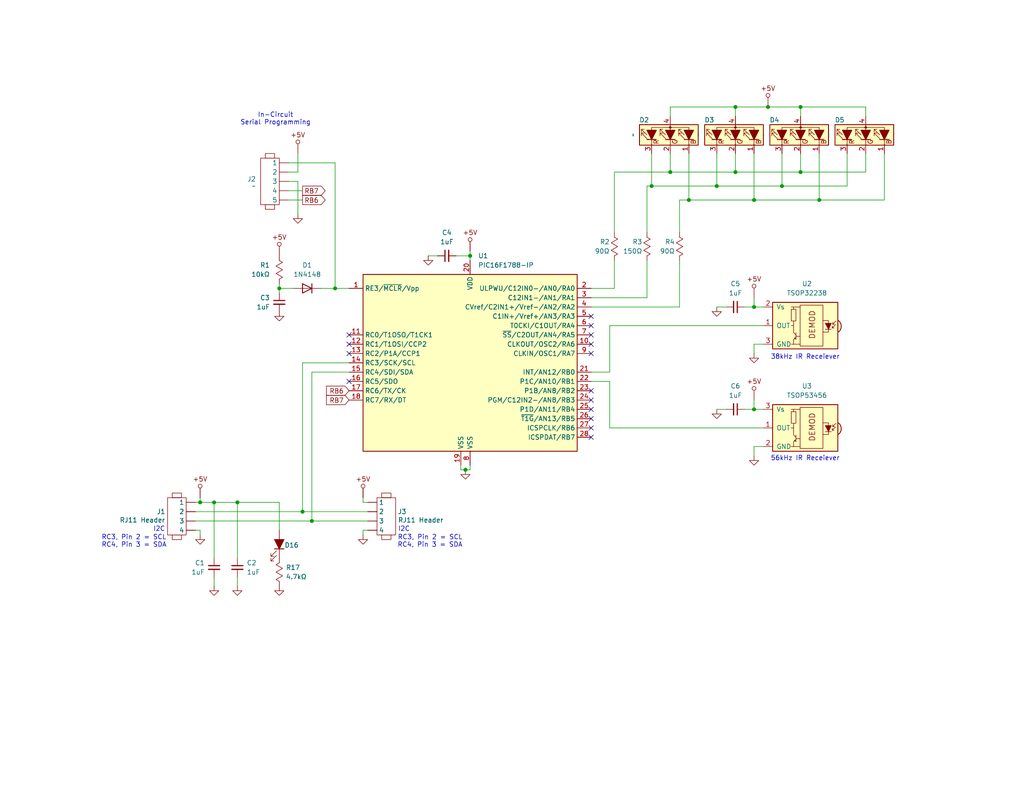
<source format=kicad_sch>
(kicad_sch
	(version 20231120)
	(generator "eeschema")
	(generator_version "8.0")
	(uuid "f9fdc94c-6ff6-4eb6-9354-696d4a7e4d67")
	(paper "A")
	(title_block
		(title "Slave Microcontroller")
		(date "2025-04-01")
		(rev "A")
		(company "Idaho State University")
	)
	(lib_symbols
		(symbol "AW_Libraries_Power:GND"
			(power)
			(pin_numbers hide)
			(pin_names
				(offset 0) hide)
			(exclude_from_sim no)
			(in_bom no)
			(on_board no)
			(property "Reference" "#PWR"
				(at -3.81 0 90)
				(effects
					(font
						(size 1.27 1.27)
					)
					(hide yes)
				)
			)
			(property "Value" "GND"
				(at -3.81 3.81 0)
				(effects
					(font
						(size 1.27 1.27)
					)
					(hide yes)
				)
			)
			(property "Footprint" ""
				(at 0 0 0)
				(effects
					(font
						(size 1.27 1.27)
					)
					(hide yes)
				)
			)
			(property "Datasheet" ""
				(at 0 0 0)
				(effects
					(font
						(size 1.27 1.27)
					)
					(hide yes)
				)
			)
			(property "Description" ""
				(at 0 0 0)
				(effects
					(font
						(size 1.27 1.27)
					)
					(hide yes)
				)
			)
			(symbol "GND_0_1"
				(polyline
					(pts
						(xy -1.27 0) (xy 1.27 0) (xy 0 -1.27) (xy -1.27 0)
					)
					(stroke
						(width 0)
						(type default)
					)
					(fill
						(type none)
					)
				)
			)
			(symbol "GND_1_1"
				(pin input line
					(at 0 1.27 270)
					(length 1.27)
					(name "GND"
						(effects
							(font
								(size 0.0254 0.0254)
							)
						)
					)
					(number ""
						(effects
							(font
								(size 0.762 0.762)
							)
						)
					)
				)
			)
		)
		(symbol "Device:C_Small"
			(pin_numbers hide)
			(pin_names
				(offset 0.254) hide)
			(exclude_from_sim no)
			(in_bom yes)
			(on_board yes)
			(property "Reference" "C"
				(at 0.254 1.778 0)
				(effects
					(font
						(size 1.27 1.27)
					)
					(justify left)
				)
			)
			(property "Value" "C_Small"
				(at 0.254 -2.032 0)
				(effects
					(font
						(size 1.27 1.27)
					)
					(justify left)
				)
			)
			(property "Footprint" ""
				(at 0 0 0)
				(effects
					(font
						(size 1.27 1.27)
					)
					(hide yes)
				)
			)
			(property "Datasheet" "~"
				(at 0 0 0)
				(effects
					(font
						(size 1.27 1.27)
					)
					(hide yes)
				)
			)
			(property "Description" "Unpolarized capacitor, small symbol"
				(at 0 0 0)
				(effects
					(font
						(size 1.27 1.27)
					)
					(hide yes)
				)
			)
			(property "ki_keywords" "capacitor cap"
				(at 0 0 0)
				(effects
					(font
						(size 1.27 1.27)
					)
					(hide yes)
				)
			)
			(property "ki_fp_filters" "C_*"
				(at 0 0 0)
				(effects
					(font
						(size 1.27 1.27)
					)
					(hide yes)
				)
			)
			(symbol "C_Small_0_1"
				(polyline
					(pts
						(xy -1.524 -0.508) (xy 1.524 -0.508)
					)
					(stroke
						(width 0.3302)
						(type default)
					)
					(fill
						(type none)
					)
				)
				(polyline
					(pts
						(xy -1.524 0.508) (xy 1.524 0.508)
					)
					(stroke
						(width 0.3048)
						(type default)
					)
					(fill
						(type none)
					)
				)
			)
			(symbol "C_Small_1_1"
				(pin passive line
					(at 0 2.54 270)
					(length 2.032)
					(name "~"
						(effects
							(font
								(size 1.27 1.27)
							)
						)
					)
					(number "1"
						(effects
							(font
								(size 1.27 1.27)
							)
						)
					)
				)
				(pin passive line
					(at 0 -2.54 90)
					(length 2.032)
					(name "~"
						(effects
							(font
								(size 1.27 1.27)
							)
						)
					)
					(number "2"
						(effects
							(font
								(size 1.27 1.27)
							)
						)
					)
				)
			)
		)
		(symbol "Device:LED_Filled"
			(pin_numbers hide)
			(pin_names
				(offset 1.016) hide)
			(exclude_from_sim no)
			(in_bom yes)
			(on_board yes)
			(property "Reference" "D"
				(at 0 2.54 0)
				(effects
					(font
						(size 1.27 1.27)
					)
				)
			)
			(property "Value" "LED_Filled"
				(at 0 -2.54 0)
				(effects
					(font
						(size 1.27 1.27)
					)
				)
			)
			(property "Footprint" ""
				(at 0 0 0)
				(effects
					(font
						(size 1.27 1.27)
					)
					(hide yes)
				)
			)
			(property "Datasheet" "~"
				(at 0 0 0)
				(effects
					(font
						(size 1.27 1.27)
					)
					(hide yes)
				)
			)
			(property "Description" "Light emitting diode, filled shape"
				(at 0 0 0)
				(effects
					(font
						(size 1.27 1.27)
					)
					(hide yes)
				)
			)
			(property "ki_keywords" "LED diode"
				(at 0 0 0)
				(effects
					(font
						(size 1.27 1.27)
					)
					(hide yes)
				)
			)
			(property "ki_fp_filters" "LED* LED_SMD:* LED_THT:*"
				(at 0 0 0)
				(effects
					(font
						(size 1.27 1.27)
					)
					(hide yes)
				)
			)
			(symbol "LED_Filled_0_1"
				(polyline
					(pts
						(xy -1.27 -1.27) (xy -1.27 1.27)
					)
					(stroke
						(width 0.254)
						(type default)
					)
					(fill
						(type none)
					)
				)
				(polyline
					(pts
						(xy -1.27 0) (xy 1.27 0)
					)
					(stroke
						(width 0)
						(type default)
					)
					(fill
						(type none)
					)
				)
				(polyline
					(pts
						(xy 1.27 -1.27) (xy 1.27 1.27) (xy -1.27 0) (xy 1.27 -1.27)
					)
					(stroke
						(width 0.254)
						(type default)
					)
					(fill
						(type outline)
					)
				)
				(polyline
					(pts
						(xy -3.048 -0.762) (xy -4.572 -2.286) (xy -3.81 -2.286) (xy -4.572 -2.286) (xy -4.572 -1.524)
					)
					(stroke
						(width 0)
						(type default)
					)
					(fill
						(type none)
					)
				)
				(polyline
					(pts
						(xy -1.778 -0.762) (xy -3.302 -2.286) (xy -2.54 -2.286) (xy -3.302 -2.286) (xy -3.302 -1.524)
					)
					(stroke
						(width 0)
						(type default)
					)
					(fill
						(type none)
					)
				)
			)
			(symbol "LED_Filled_1_1"
				(pin passive line
					(at -3.81 0 0)
					(length 2.54)
					(name "K"
						(effects
							(font
								(size 1.27 1.27)
							)
						)
					)
					(number "1"
						(effects
							(font
								(size 1.27 1.27)
							)
						)
					)
				)
				(pin passive line
					(at 3.81 0 180)
					(length 2.54)
					(name "A"
						(effects
							(font
								(size 1.27 1.27)
							)
						)
					)
					(number "2"
						(effects
							(font
								(size 1.27 1.27)
							)
						)
					)
				)
			)
		)
		(symbol "Diode:1N4148"
			(pin_numbers hide)
			(pin_names hide)
			(exclude_from_sim no)
			(in_bom yes)
			(on_board yes)
			(property "Reference" "D"
				(at 0 2.54 0)
				(effects
					(font
						(size 1.27 1.27)
					)
				)
			)
			(property "Value" "1N4148"
				(at 0 -2.54 0)
				(effects
					(font
						(size 1.27 1.27)
					)
				)
			)
			(property "Footprint" "Diode_THT:D_DO-35_SOD27_P7.62mm_Horizontal"
				(at 0 0 0)
				(effects
					(font
						(size 1.27 1.27)
					)
					(hide yes)
				)
			)
			(property "Datasheet" "https://assets.nexperia.com/documents/data-sheet/1N4148_1N4448.pdf"
				(at 0 0 0)
				(effects
					(font
						(size 1.27 1.27)
					)
					(hide yes)
				)
			)
			(property "Description" "100V 0.15A standard switching diode, DO-35"
				(at 0 0 0)
				(effects
					(font
						(size 1.27 1.27)
					)
					(hide yes)
				)
			)
			(property "Sim.Device" "D"
				(at 0 0 0)
				(effects
					(font
						(size 1.27 1.27)
					)
					(hide yes)
				)
			)
			(property "Sim.Pins" "1=K 2=A"
				(at 0 0 0)
				(effects
					(font
						(size 1.27 1.27)
					)
					(hide yes)
				)
			)
			(property "ki_keywords" "diode"
				(at 0 0 0)
				(effects
					(font
						(size 1.27 1.27)
					)
					(hide yes)
				)
			)
			(property "ki_fp_filters" "D*DO?35*"
				(at 0 0 0)
				(effects
					(font
						(size 1.27 1.27)
					)
					(hide yes)
				)
			)
			(symbol "1N4148_0_1"
				(polyline
					(pts
						(xy -1.27 1.27) (xy -1.27 -1.27)
					)
					(stroke
						(width 0.254)
						(type default)
					)
					(fill
						(type none)
					)
				)
				(polyline
					(pts
						(xy 1.27 0) (xy -1.27 0)
					)
					(stroke
						(width 0)
						(type default)
					)
					(fill
						(type none)
					)
				)
				(polyline
					(pts
						(xy 1.27 1.27) (xy 1.27 -1.27) (xy -1.27 0) (xy 1.27 1.27)
					)
					(stroke
						(width 0.254)
						(type default)
					)
					(fill
						(type none)
					)
				)
			)
			(symbol "1N4148_1_1"
				(pin passive line
					(at -3.81 0 0)
					(length 2.54)
					(name "K"
						(effects
							(font
								(size 1.27 1.27)
							)
						)
					)
					(number "1"
						(effects
							(font
								(size 1.27 1.27)
							)
						)
					)
				)
				(pin passive line
					(at 3.81 0 180)
					(length 2.54)
					(name "A"
						(effects
							(font
								(size 1.27 1.27)
							)
						)
					)
					(number "2"
						(effects
							(font
								(size 1.27 1.27)
							)
						)
					)
				)
			)
		)
		(symbol "Interface_Optical:TSOP321xx"
			(pin_names
				(offset 1.016)
			)
			(exclude_from_sim no)
			(in_bom yes)
			(on_board yes)
			(property "Reference" "U"
				(at -10.16 7.62 0)
				(effects
					(font
						(size 1.27 1.27)
					)
					(justify left)
				)
			)
			(property "Value" "TSOP321xx"
				(at -10.16 -7.62 0)
				(effects
					(font
						(size 1.27 1.27)
					)
					(justify left)
				)
			)
			(property "Footprint" "OptoDevice:Vishay_MOLD-3Pin"
				(at -1.27 -9.525 0)
				(effects
					(font
						(size 1.27 1.27)
					)
					(hide yes)
				)
			)
			(property "Datasheet" "http://www.vishay.com/docs/82490/tsop321.pdf"
				(at 16.51 7.62 0)
				(effects
					(font
						(size 1.27 1.27)
					)
					(hide yes)
				)
			)
			(property "Description" "IR Receiver Modules for Remote Control Systems"
				(at 0 0 0)
				(effects
					(font
						(size 1.27 1.27)
					)
					(hide yes)
				)
			)
			(property "ki_keywords" "opto IR receiver"
				(at 0 0 0)
				(effects
					(font
						(size 1.27 1.27)
					)
					(hide yes)
				)
			)
			(property "ki_fp_filters" "Vishay*MOLD*"
				(at 0 0 0)
				(effects
					(font
						(size 1.27 1.27)
					)
					(hide yes)
				)
			)
			(symbol "TSOP321xx_0_0"
				(arc
					(start -10.287 1.397)
					(mid -11.0899 -0.1852)
					(end -10.287 -1.778)
					(stroke
						(width 0.254)
						(type default)
					)
					(fill
						(type background)
					)
				)
				(polyline
					(pts
						(xy 1.905 -5.08) (xy 0.127 -5.08)
					)
					(stroke
						(width 0)
						(type default)
					)
					(fill
						(type none)
					)
				)
				(polyline
					(pts
						(xy 1.905 5.08) (xy 0.127 5.08)
					)
					(stroke
						(width 0)
						(type default)
					)
					(fill
						(type none)
					)
				)
				(text "DEMOD"
					(at -3.175 0.254 900)
					(effects
						(font
							(size 1.524 1.524)
						)
					)
				)
			)
			(symbol "TSOP321xx_0_1"
				(rectangle
					(start -6.096 5.588)
					(end 0.127 -5.588)
					(stroke
						(width 0)
						(type default)
					)
					(fill
						(type none)
					)
				)
				(polyline
					(pts
						(xy -8.763 0.381) (xy -9.652 1.27)
					)
					(stroke
						(width 0)
						(type default)
					)
					(fill
						(type none)
					)
				)
				(polyline
					(pts
						(xy -8.763 0.381) (xy -9.271 0.381)
					)
					(stroke
						(width 0)
						(type default)
					)
					(fill
						(type none)
					)
				)
				(polyline
					(pts
						(xy -8.763 0.381) (xy -8.763 0.889)
					)
					(stroke
						(width 0)
						(type default)
					)
					(fill
						(type none)
					)
				)
				(polyline
					(pts
						(xy -8.636 -0.635) (xy -9.525 0.254)
					)
					(stroke
						(width 0)
						(type default)
					)
					(fill
						(type none)
					)
				)
				(polyline
					(pts
						(xy -8.636 -0.635) (xy -9.144 -0.635)
					)
					(stroke
						(width 0)
						(type default)
					)
					(fill
						(type none)
					)
				)
				(polyline
					(pts
						(xy -8.636 -0.635) (xy -8.636 -0.127)
					)
					(stroke
						(width 0)
						(type default)
					)
					(fill
						(type none)
					)
				)
				(polyline
					(pts
						(xy -8.382 -1.016) (xy -6.731 -1.016)
					)
					(stroke
						(width 0)
						(type default)
					)
					(fill
						(type none)
					)
				)
				(polyline
					(pts
						(xy 1.27 -2.921) (xy 0.127 -2.921)
					)
					(stroke
						(width 0)
						(type default)
					)
					(fill
						(type none)
					)
				)
				(polyline
					(pts
						(xy 1.27 -1.905) (xy 1.27 -3.81)
					)
					(stroke
						(width 0)
						(type default)
					)
					(fill
						(type none)
					)
				)
				(polyline
					(pts
						(xy 1.397 -3.556) (xy 1.524 -3.556)
					)
					(stroke
						(width 0)
						(type default)
					)
					(fill
						(type none)
					)
				)
				(polyline
					(pts
						(xy 1.651 -3.556) (xy 1.524 -3.556)
					)
					(stroke
						(width 0)
						(type default)
					)
					(fill
						(type none)
					)
				)
				(polyline
					(pts
						(xy 1.651 -3.556) (xy 1.651 -3.302)
					)
					(stroke
						(width 0)
						(type default)
					)
					(fill
						(type none)
					)
				)
				(polyline
					(pts
						(xy 1.905 0) (xy 1.905 1.27)
					)
					(stroke
						(width 0)
						(type default)
					)
					(fill
						(type none)
					)
				)
				(polyline
					(pts
						(xy 1.905 4.445) (xy 1.905 5.08) (xy 2.54 5.08)
					)
					(stroke
						(width 0)
						(type default)
					)
					(fill
						(type none)
					)
				)
				(polyline
					(pts
						(xy -8.382 0.635) (xy -6.731 0.635) (xy -7.62 -1.016) (xy -8.382 0.635)
					)
					(stroke
						(width 0)
						(type default)
					)
					(fill
						(type outline)
					)
				)
				(polyline
					(pts
						(xy -6.096 1.397) (xy -7.62 1.397) (xy -7.62 -1.778) (xy -6.096 -1.778)
					)
					(stroke
						(width 0)
						(type default)
					)
					(fill
						(type none)
					)
				)
				(polyline
					(pts
						(xy 1.27 -3.175) (xy 1.905 -3.81) (xy 1.905 -5.08) (xy 2.54 -5.08)
					)
					(stroke
						(width 0)
						(type default)
					)
					(fill
						(type none)
					)
				)
				(polyline
					(pts
						(xy 1.27 -2.54) (xy 1.905 -1.905) (xy 1.905 0) (xy 2.54 0)
					)
					(stroke
						(width 0)
						(type default)
					)
					(fill
						(type none)
					)
				)
				(rectangle
					(start 2.54 1.27)
					(end 1.27 4.445)
					(stroke
						(width 0)
						(type default)
					)
					(fill
						(type none)
					)
				)
				(rectangle
					(start 7.62 6.35)
					(end -10.16 -6.35)
					(stroke
						(width 0.254)
						(type default)
					)
					(fill
						(type background)
					)
				)
			)
			(symbol "TSOP321xx_1_1"
				(pin output line
					(at 10.16 0 180)
					(length 2.54)
					(name "OUT"
						(effects
							(font
								(size 1.27 1.27)
							)
						)
					)
					(number "1"
						(effects
							(font
								(size 1.27 1.27)
							)
						)
					)
				)
				(pin power_in line
					(at 10.16 5.08 180)
					(length 2.54)
					(name "Vs"
						(effects
							(font
								(size 1.27 1.27)
							)
						)
					)
					(number "2"
						(effects
							(font
								(size 1.27 1.27)
							)
						)
					)
				)
				(pin power_in line
					(at 10.16 -5.08 180)
					(length 2.54)
					(name "GND"
						(effects
							(font
								(size 1.27 1.27)
							)
						)
					)
					(number "3"
						(effects
							(font
								(size 1.27 1.27)
							)
						)
					)
				)
			)
		)
		(symbol "Interface_Optical:TSOP331xx"
			(pin_names
				(offset 1.016)
			)
			(exclude_from_sim no)
			(in_bom yes)
			(on_board yes)
			(property "Reference" "U"
				(at -10.16 7.62 0)
				(effects
					(font
						(size 1.27 1.27)
					)
					(justify left)
				)
			)
			(property "Value" "TSOP331xx"
				(at -10.16 -7.62 0)
				(effects
					(font
						(size 1.27 1.27)
					)
					(justify left)
				)
			)
			(property "Footprint" "OptoDevice:Vishay_MINIMOLD-3Pin"
				(at -1.27 -9.525 0)
				(effects
					(font
						(size 1.27 1.27)
					)
					(hide yes)
				)
			)
			(property "Datasheet" "http://www.vishay.com/docs/82742/tsop331.pdf"
				(at 16.51 7.62 0)
				(effects
					(font
						(size 1.27 1.27)
					)
					(hide yes)
				)
			)
			(property "Description" "IR Receiver Modules for Remote Control Systems"
				(at 0 0 0)
				(effects
					(font
						(size 1.27 1.27)
					)
					(hide yes)
				)
			)
			(property "ki_keywords" "opto IR receiver"
				(at 0 0 0)
				(effects
					(font
						(size 1.27 1.27)
					)
					(hide yes)
				)
			)
			(property "ki_fp_filters" "Vishay*MINIMOLD*"
				(at 0 0 0)
				(effects
					(font
						(size 1.27 1.27)
					)
					(hide yes)
				)
			)
			(symbol "TSOP331xx_0_0"
				(arc
					(start -10.287 1.397)
					(mid -11.0899 -0.1852)
					(end -10.287 -1.778)
					(stroke
						(width 0.254)
						(type default)
					)
					(fill
						(type background)
					)
				)
				(polyline
					(pts
						(xy 1.905 -5.08) (xy 0.127 -5.08)
					)
					(stroke
						(width 0)
						(type default)
					)
					(fill
						(type none)
					)
				)
				(polyline
					(pts
						(xy 1.905 5.08) (xy 0.127 5.08)
					)
					(stroke
						(width 0)
						(type default)
					)
					(fill
						(type none)
					)
				)
				(text "DEMOD"
					(at -3.175 0.254 900)
					(effects
						(font
							(size 1.524 1.524)
						)
					)
				)
			)
			(symbol "TSOP331xx_0_1"
				(rectangle
					(start -6.096 5.588)
					(end 0.127 -5.588)
					(stroke
						(width 0)
						(type default)
					)
					(fill
						(type none)
					)
				)
				(polyline
					(pts
						(xy -8.763 0.381) (xy -9.652 1.27)
					)
					(stroke
						(width 0)
						(type default)
					)
					(fill
						(type none)
					)
				)
				(polyline
					(pts
						(xy -8.763 0.381) (xy -9.271 0.381)
					)
					(stroke
						(width 0)
						(type default)
					)
					(fill
						(type none)
					)
				)
				(polyline
					(pts
						(xy -8.763 0.381) (xy -8.763 0.889)
					)
					(stroke
						(width 0)
						(type default)
					)
					(fill
						(type none)
					)
				)
				(polyline
					(pts
						(xy -8.636 -0.635) (xy -9.525 0.254)
					)
					(stroke
						(width 0)
						(type default)
					)
					(fill
						(type none)
					)
				)
				(polyline
					(pts
						(xy -8.636 -0.635) (xy -9.144 -0.635)
					)
					(stroke
						(width 0)
						(type default)
					)
					(fill
						(type none)
					)
				)
				(polyline
					(pts
						(xy -8.636 -0.635) (xy -8.636 -0.127)
					)
					(stroke
						(width 0)
						(type default)
					)
					(fill
						(type none)
					)
				)
				(polyline
					(pts
						(xy -8.382 -1.016) (xy -6.731 -1.016)
					)
					(stroke
						(width 0)
						(type default)
					)
					(fill
						(type none)
					)
				)
				(polyline
					(pts
						(xy 1.27 -2.921) (xy 0.127 -2.921)
					)
					(stroke
						(width 0)
						(type default)
					)
					(fill
						(type none)
					)
				)
				(polyline
					(pts
						(xy 1.27 -1.905) (xy 1.27 -3.81)
					)
					(stroke
						(width 0)
						(type default)
					)
					(fill
						(type none)
					)
				)
				(polyline
					(pts
						(xy 1.397 -3.556) (xy 1.524 -3.556)
					)
					(stroke
						(width 0)
						(type default)
					)
					(fill
						(type none)
					)
				)
				(polyline
					(pts
						(xy 1.651 -3.556) (xy 1.524 -3.556)
					)
					(stroke
						(width 0)
						(type default)
					)
					(fill
						(type none)
					)
				)
				(polyline
					(pts
						(xy 1.651 -3.556) (xy 1.651 -3.302)
					)
					(stroke
						(width 0)
						(type default)
					)
					(fill
						(type none)
					)
				)
				(polyline
					(pts
						(xy 1.905 0) (xy 1.905 1.27)
					)
					(stroke
						(width 0)
						(type default)
					)
					(fill
						(type none)
					)
				)
				(polyline
					(pts
						(xy 1.905 4.445) (xy 1.905 5.08) (xy 2.54 5.08)
					)
					(stroke
						(width 0)
						(type default)
					)
					(fill
						(type none)
					)
				)
				(polyline
					(pts
						(xy -8.382 0.635) (xy -6.731 0.635) (xy -7.62 -1.016) (xy -8.382 0.635)
					)
					(stroke
						(width 0)
						(type default)
					)
					(fill
						(type outline)
					)
				)
				(polyline
					(pts
						(xy -6.096 1.397) (xy -7.62 1.397) (xy -7.62 -1.778) (xy -6.096 -1.778)
					)
					(stroke
						(width 0)
						(type default)
					)
					(fill
						(type none)
					)
				)
				(polyline
					(pts
						(xy 1.27 -3.175) (xy 1.905 -3.81) (xy 1.905 -5.08) (xy 2.54 -5.08)
					)
					(stroke
						(width 0)
						(type default)
					)
					(fill
						(type none)
					)
				)
				(polyline
					(pts
						(xy 1.27 -2.54) (xy 1.905 -1.905) (xy 1.905 0) (xy 2.54 0)
					)
					(stroke
						(width 0)
						(type default)
					)
					(fill
						(type none)
					)
				)
				(rectangle
					(start 2.54 1.27)
					(end 1.27 4.445)
					(stroke
						(width 0)
						(type default)
					)
					(fill
						(type none)
					)
				)
				(rectangle
					(start 7.62 6.35)
					(end -10.16 -6.35)
					(stroke
						(width 0.254)
						(type default)
					)
					(fill
						(type background)
					)
				)
			)
			(symbol "TSOP331xx_1_1"
				(pin output line
					(at 10.16 0 180)
					(length 2.54)
					(name "OUT"
						(effects
							(font
								(size 1.27 1.27)
							)
						)
					)
					(number "1"
						(effects
							(font
								(size 1.27 1.27)
							)
						)
					)
				)
				(pin power_in line
					(at 10.16 -5.08 180)
					(length 2.54)
					(name "GND"
						(effects
							(font
								(size 1.27 1.27)
							)
						)
					)
					(number "2"
						(effects
							(font
								(size 1.27 1.27)
							)
						)
					)
				)
				(pin power_in line
					(at 10.16 5.08 180)
					(length 2.54)
					(name "Vs"
						(effects
							(font
								(size 1.27 1.27)
							)
						)
					)
					(number "3"
						(effects
							(font
								(size 1.27 1.27)
							)
						)
					)
				)
			)
		)
		(symbol "Libraries:+5V"
			(power)
			(pin_numbers hide)
			(pin_names
				(offset 0)
			)
			(exclude_from_sim no)
			(in_bom no)
			(on_board no)
			(property "Reference" "+5V"
				(at 0 3.81 0)
				(effects
					(font
						(size 1.27 1.27)
					)
					(hide yes)
				)
			)
			(property "Value" "+5V"
				(at 0 3.81 0)
				(effects
					(font
						(size 1.27 1.27)
					)
					(hide yes)
				)
			)
			(property "Footprint" ""
				(at 0 3.81 0)
				(effects
					(font
						(size 1.27 1.27)
					)
					(hide yes)
				)
			)
			(property "Datasheet" ""
				(at 0 3.81 0)
				(effects
					(font
						(size 1.27 1.27)
					)
					(hide yes)
				)
			)
			(property "Description" ""
				(at 0 0 0)
				(effects
					(font
						(size 1.27 1.27)
					)
					(hide yes)
				)
			)
			(symbol "+5V_0_1"
				(circle
					(center 0 1.905)
					(radius 0.5236)
					(stroke
						(width 0)
						(type default)
					)
					(fill
						(type none)
					)
				)
			)
			(symbol "+5V_1_0"
				(text "+5V"
					(at 0 3.81 0)
					(effects
						(font
							(size 1.27 1.27)
						)
					)
				)
			)
			(symbol "+5V_1_1"
				(pin power_in line
					(at 0 -1.27 90)
					(length 2.54)
					(name ""
						(effects
							(font
								(size 1.27 1.27)
							)
						)
					)
					(number ""
						(effects
							(font
								(size 0.762 0.762)
							)
						)
					)
				)
			)
		)
		(symbol "Libraries:Header_1x4"
			(pin_numbers hide)
			(exclude_from_sim no)
			(in_bom yes)
			(on_board yes)
			(property "Reference" "J"
				(at 0 10.16 0)
				(effects
					(font
						(size 1.27 1.27)
					)
				)
			)
			(property "Value" "1x4_Header"
				(at 0 7.62 0)
				(effects
					(font
						(size 1.27 1.27)
					)
				)
			)
			(property "Footprint" ""
				(at 0 10.16 0)
				(effects
					(font
						(size 1.27 1.27)
					)
					(hide yes)
				)
			)
			(property "Datasheet" ""
				(at 0 10.16 0)
				(effects
					(font
						(size 1.27 1.27)
					)
					(hide yes)
				)
			)
			(property "Description" ""
				(at 0 0 0)
				(effects
					(font
						(size 1.27 1.27)
					)
					(hide yes)
				)
			)
			(symbol "Header_1x4_0_1"
				(rectangle
					(start -2.54 5.08)
					(end 2.54 -5.08)
					(stroke
						(width 0)
						(type default)
					)
					(fill
						(type none)
					)
				)
				(rectangle
					(start -1.27 -5.08)
					(end 1.27 -6.35)
					(stroke
						(width 0)
						(type default)
					)
					(fill
						(type none)
					)
				)
				(rectangle
					(start -1.27 6.35)
					(end 1.27 5.08)
					(stroke
						(width 0)
						(type default)
					)
					(fill
						(type none)
					)
				)
			)
			(symbol "Header_1x4_1_1"
				(pin passive line
					(at -5.08 3.81 0)
					(length 2.54)
					(name "1"
						(effects
							(font
								(size 1.27 1.27)
							)
						)
					)
					(number "1"
						(effects
							(font
								(size 1.27 1.27)
							)
						)
					)
				)
				(pin passive line
					(at -5.08 1.27 0)
					(length 2.54)
					(name "2"
						(effects
							(font
								(size 1.27 1.27)
							)
						)
					)
					(number "2"
						(effects
							(font
								(size 1.27 1.27)
							)
						)
					)
				)
				(pin passive line
					(at -5.08 -1.27 0)
					(length 2.54)
					(name "3"
						(effects
							(font
								(size 1.27 1.27)
							)
						)
					)
					(number "3"
						(effects
							(font
								(size 1.27 1.27)
							)
						)
					)
				)
				(pin passive line
					(at -5.08 -3.81 0)
					(length 2.54)
					(name "4"
						(effects
							(font
								(size 1.27 1.27)
							)
						)
					)
					(number "4"
						(effects
							(font
								(size 1.27 1.27)
							)
						)
					)
				)
			)
		)
		(symbol "Libraries:Header_1x5"
			(pin_numbers hide)
			(exclude_from_sim no)
			(in_bom yes)
			(on_board yes)
			(property "Reference" "J"
				(at 0 0 0)
				(effects
					(font
						(size 1.27 1.27)
					)
				)
			)
			(property "Value" ""
				(at 0 0 0)
				(effects
					(font
						(size 1.27 1.27)
					)
				)
			)
			(property "Footprint" ""
				(at 0 0 0)
				(effects
					(font
						(size 1.27 1.27)
					)
					(hide yes)
				)
			)
			(property "Datasheet" ""
				(at 0 0 0)
				(effects
					(font
						(size 1.27 1.27)
					)
					(hide yes)
				)
			)
			(property "Description" ""
				(at 0 0 0)
				(effects
					(font
						(size 1.27 1.27)
					)
					(hide yes)
				)
			)
			(symbol "Header_1x5_0_1"
				(rectangle
					(start -2.54 -2.54)
					(end 2.54 -15.24)
					(stroke
						(width 0)
						(type default)
					)
					(fill
						(type none)
					)
				)
				(rectangle
					(start -1.27 -15.24)
					(end 1.27 -16.51)
					(stroke
						(width 0)
						(type default)
					)
					(fill
						(type none)
					)
				)
				(rectangle
					(start -1.27 -1.27)
					(end 1.27 -2.54)
					(stroke
						(width 0)
						(type default)
					)
					(fill
						(type none)
					)
				)
			)
			(symbol "Header_1x5_1_1"
				(pin passive line
					(at -5.08 -3.81 0)
					(length 2.54)
					(name "1"
						(effects
							(font
								(size 1.27 1.27)
							)
						)
					)
					(number "1"
						(effects
							(font
								(size 1.27 1.27)
							)
						)
					)
				)
				(pin passive line
					(at -5.08 -6.35 0)
					(length 2.54)
					(name "2"
						(effects
							(font
								(size 1.27 1.27)
							)
						)
					)
					(number "2"
						(effects
							(font
								(size 1.27 1.27)
							)
						)
					)
				)
				(pin passive line
					(at -5.08 -8.89 0)
					(length 2.54)
					(name "3"
						(effects
							(font
								(size 1.27 1.27)
							)
						)
					)
					(number "3"
						(effects
							(font
								(size 1.27 1.27)
							)
						)
					)
				)
				(pin passive line
					(at -5.08 -11.43 0)
					(length 2.54)
					(name "4"
						(effects
							(font
								(size 1.27 1.27)
							)
						)
					)
					(number "4"
						(effects
							(font
								(size 1.27 1.27)
							)
						)
					)
				)
				(pin passive line
					(at -5.08 -13.97 0)
					(length 2.54)
					(name "5"
						(effects
							(font
								(size 1.27 1.27)
							)
						)
					)
					(number "5"
						(effects
							(font
								(size 1.27 1.27)
							)
						)
					)
				)
			)
		)
		(symbol "Libraries:PIC16F1788"
			(exclude_from_sim no)
			(in_bom yes)
			(on_board yes)
			(property "Reference" "U"
				(at 0 0 0)
				(effects
					(font
						(size 1.27 1.27)
					)
				)
			)
			(property "Value" "PIC16F1788-IP"
				(at 6.858 -2.286 0)
				(effects
					(font
						(size 1.27 1.27)
					)
				)
			)
			(property "Footprint" ""
				(at 0 0 0)
				(effects
					(font
						(size 1.27 1.27)
					)
					(hide yes)
				)
			)
			(property "Datasheet" ""
				(at 0 0 0)
				(effects
					(font
						(size 1.27 1.27)
					)
					(hide yes)
				)
			)
			(property "Description" ""
				(at 0 0 0)
				(effects
					(font
						(size 1.27 1.27)
					)
					(hide yes)
				)
			)
			(symbol "PIC16F1788_0_1"
				(rectangle
					(start -31.75 -3.81)
					(end 26.67 -52.07)
					(stroke
						(width 0.254)
						(type default)
					)
					(fill
						(type background)
					)
				)
			)
			(symbol "PIC16F1788_1_1"
				(pin bidirectional line
					(at -35.56 -7.62 0)
					(length 3.81)
					(name "RE3/~{MCLR}/Vpp"
						(effects
							(font
								(size 1.27 1.27)
							)
						)
					)
					(number "1"
						(effects
							(font
								(size 1.27 1.27)
							)
						)
					)
				)
				(pin bidirectional line
					(at 30.48 -22.86 180)
					(length 3.81)
					(name "CLKOUT/OSC2/RA6"
						(effects
							(font
								(size 1.27 1.27)
							)
						)
					)
					(number "10"
						(effects
							(font
								(size 1.27 1.27)
							)
						)
					)
				)
				(pin bidirectional line
					(at -35.56 -20.32 0)
					(length 3.81)
					(name "RC0/T1OSO/T1CK1"
						(effects
							(font
								(size 1.27 1.27)
							)
						)
					)
					(number "11"
						(effects
							(font
								(size 1.27 1.27)
							)
						)
					)
				)
				(pin bidirectional line
					(at -35.56 -22.86 0)
					(length 3.81)
					(name "RC1/T1OSI/CCP2"
						(effects
							(font
								(size 1.27 1.27)
							)
						)
					)
					(number "12"
						(effects
							(font
								(size 1.27 1.27)
							)
						)
					)
				)
				(pin bidirectional line
					(at -35.56 -25.4 0)
					(length 3.81)
					(name "RC2/P1A/CCP1"
						(effects
							(font
								(size 1.27 1.27)
							)
						)
					)
					(number "13"
						(effects
							(font
								(size 1.27 1.27)
							)
						)
					)
				)
				(pin bidirectional line
					(at -35.56 -27.94 0)
					(length 3.81)
					(name "RC3/SCK/SCL"
						(effects
							(font
								(size 1.27 1.27)
							)
						)
					)
					(number "14"
						(effects
							(font
								(size 1.27 1.27)
							)
						)
					)
				)
				(pin bidirectional line
					(at -35.56 -30.48 0)
					(length 3.81)
					(name "RC4/SDI/SDA"
						(effects
							(font
								(size 1.27 1.27)
							)
						)
					)
					(number "15"
						(effects
							(font
								(size 1.27 1.27)
							)
						)
					)
				)
				(pin bidirectional line
					(at -35.56 -33.02 0)
					(length 3.81)
					(name "RC5/SDO"
						(effects
							(font
								(size 1.27 1.27)
							)
						)
					)
					(number "16"
						(effects
							(font
								(size 1.27 1.27)
							)
						)
					)
				)
				(pin bidirectional line
					(at -35.56 -35.56 0)
					(length 3.81)
					(name "RC6/TX/CK"
						(effects
							(font
								(size 1.27 1.27)
							)
						)
					)
					(number "17"
						(effects
							(font
								(size 1.27 1.27)
							)
						)
					)
				)
				(pin bidirectional line
					(at -35.56 -38.1 0)
					(length 3.81)
					(name "RC7/RX/DT"
						(effects
							(font
								(size 1.27 1.27)
							)
						)
					)
					(number "18"
						(effects
							(font
								(size 1.27 1.27)
							)
						)
					)
				)
				(pin power_in line
					(at -5.08 -55.88 90)
					(length 3.81)
					(name "VSS"
						(effects
							(font
								(size 1.27 1.27)
							)
						)
					)
					(number "19"
						(effects
							(font
								(size 1.27 1.27)
							)
						)
					)
				)
				(pin bidirectional line
					(at 30.48 -7.62 180)
					(length 3.81)
					(name "ULPWU/C12IN0-/AN0/RA0"
						(effects
							(font
								(size 1.27 1.27)
							)
						)
					)
					(number "2"
						(effects
							(font
								(size 1.27 1.27)
							)
						)
					)
				)
				(pin power_in line
					(at -2.54 0 270)
					(length 3.81)
					(name "VDD"
						(effects
							(font
								(size 1.27 1.27)
							)
						)
					)
					(number "20"
						(effects
							(font
								(size 1.27 1.27)
							)
						)
					)
				)
				(pin bidirectional line
					(at 30.48 -30.48 180)
					(length 3.81)
					(name "INT/AN12/RB0"
						(effects
							(font
								(size 1.27 1.27)
							)
						)
					)
					(number "21"
						(effects
							(font
								(size 1.27 1.27)
							)
						)
					)
				)
				(pin bidirectional line
					(at 30.48 -33.02 180)
					(length 3.81)
					(name "P1C/AN10/RB1"
						(effects
							(font
								(size 1.27 1.27)
							)
						)
					)
					(number "22"
						(effects
							(font
								(size 1.27 1.27)
							)
						)
					)
				)
				(pin bidirectional line
					(at 30.48 -35.56 180)
					(length 3.81)
					(name "P1B/AN8/RB2"
						(effects
							(font
								(size 1.27 1.27)
							)
						)
					)
					(number "23"
						(effects
							(font
								(size 1.27 1.27)
							)
						)
					)
				)
				(pin bidirectional line
					(at 30.48 -38.1 180)
					(length 3.81)
					(name "PGM/C12IN2-/AN8/RB3"
						(effects
							(font
								(size 1.27 1.27)
							)
						)
					)
					(number "24"
						(effects
							(font
								(size 1.27 1.27)
							)
						)
					)
				)
				(pin bidirectional line
					(at 30.48 -40.64 180)
					(length 3.81)
					(name "P1D/AN11/RB4"
						(effects
							(font
								(size 1.27 1.27)
							)
						)
					)
					(number "25"
						(effects
							(font
								(size 1.27 1.27)
							)
						)
					)
				)
				(pin bidirectional line
					(at 30.48 -43.18 180)
					(length 3.81)
					(name "~{T1G}/AN13/RB5"
						(effects
							(font
								(size 1.27 1.27)
							)
						)
					)
					(number "26"
						(effects
							(font
								(size 1.27 1.27)
							)
						)
					)
				)
				(pin bidirectional line
					(at 30.48 -45.72 180)
					(length 3.81)
					(name "ICSPCLK/RB6"
						(effects
							(font
								(size 1.27 1.27)
							)
						)
					)
					(number "27"
						(effects
							(font
								(size 1.27 1.27)
							)
						)
					)
				)
				(pin bidirectional line
					(at 30.48 -48.26 180)
					(length 3.81)
					(name "ICSPDAT/RB7"
						(effects
							(font
								(size 1.27 1.27)
							)
						)
					)
					(number "28"
						(effects
							(font
								(size 1.27 1.27)
							)
						)
					)
				)
				(pin bidirectional line
					(at 30.48 -10.16 180)
					(length 3.81)
					(name "C12IN1-/AN1/RA1"
						(effects
							(font
								(size 1.27 1.27)
							)
						)
					)
					(number "3"
						(effects
							(font
								(size 1.27 1.27)
							)
						)
					)
				)
				(pin bidirectional line
					(at 30.48 -12.7 180)
					(length 3.81)
					(name "CVref/C2IN1+/Vref-/AN2/RA2"
						(effects
							(font
								(size 1.27 1.27)
							)
						)
					)
					(number "4"
						(effects
							(font
								(size 1.27 1.27)
							)
						)
					)
				)
				(pin bidirectional line
					(at 30.48 -15.24 180)
					(length 3.81)
					(name "C1IN+/Vref+/AN3/RA3"
						(effects
							(font
								(size 1.27 1.27)
							)
						)
					)
					(number "5"
						(effects
							(font
								(size 1.27 1.27)
							)
						)
					)
				)
				(pin bidirectional line
					(at 30.48 -17.78 180)
					(length 3.81)
					(name "T0CKI/C1OUT/RA4"
						(effects
							(font
								(size 1.27 1.27)
							)
						)
					)
					(number "6"
						(effects
							(font
								(size 1.27 1.27)
							)
						)
					)
				)
				(pin bidirectional line
					(at 30.48 -20.32 180)
					(length 3.81)
					(name "~{SS}/C2OUT/AN4/RA5"
						(effects
							(font
								(size 1.27 1.27)
							)
						)
					)
					(number "7"
						(effects
							(font
								(size 1.27 1.27)
							)
						)
					)
				)
				(pin power_in line
					(at -2.54 -55.88 90)
					(length 3.81)
					(name "VSS"
						(effects
							(font
								(size 1.27 1.27)
							)
						)
					)
					(number "8"
						(effects
							(font
								(size 1.27 1.27)
							)
						)
					)
				)
				(pin input line
					(at 30.48 -25.4 180)
					(length 3.81)
					(name "CLKIN/OSC1/RA7"
						(effects
							(font
								(size 1.27 1.27)
							)
						)
					)
					(number "9"
						(effects
							(font
								(size 1.27 1.27)
							)
						)
					)
				)
			)
		)
		(symbol "Libraries:RGB_LED_P32TRRRGB"
			(pin_names hide)
			(exclude_from_sim no)
			(in_bom yes)
			(on_board yes)
			(property "Reference" "D"
				(at 0 0 0)
				(effects
					(font
						(size 1.27 1.27)
					)
				)
			)
			(property "Value" ""
				(at 0 0 0)
				(effects
					(font
						(size 1.27 1.27)
					)
				)
			)
			(property "Footprint" ""
				(at 0 0 0)
				(effects
					(font
						(size 1.27 1.27)
					)
					(hide yes)
				)
			)
			(property "Datasheet" ""
				(at 0 0 0)
				(effects
					(font
						(size 1.27 1.27)
					)
					(hide yes)
				)
			)
			(property "Description" ""
				(at 0 0 0)
				(effects
					(font
						(size 1.27 1.27)
					)
					(hide yes)
				)
			)
			(symbol "RGB_LED_P32TRRRGB_0_0"
				(text "B"
					(at -1.905 -16.51 0)
					(effects
						(font
							(size 1.27 1.27)
						)
					)
				)
				(text "G"
					(at -1.905 -11.43 0)
					(effects
						(font
							(size 1.27 1.27)
						)
					)
				)
				(text "R"
					(at -1.905 -6.35 0)
					(effects
						(font
							(size 1.27 1.27)
						)
					)
				)
			)
			(symbol "RGB_LED_P32TRRRGB_0_1"
				(rectangle
					(start -2.794 -1.778)
					(end 2.794 -17.78)
					(stroke
						(width 0.254)
						(type default)
					)
					(fill
						(type background)
					)
				)
				(polyline
					(pts
						(xy -1.27 -15.24) (xy -2.54 -15.24)
					)
					(stroke
						(width 0)
						(type default)
					)
					(fill
						(type none)
					)
				)
				(polyline
					(pts
						(xy -1.27 -15.24) (xy 1.27 -15.24)
					)
					(stroke
						(width 0)
						(type default)
					)
					(fill
						(type none)
					)
				)
				(polyline
					(pts
						(xy -1.27 -13.97) (xy -1.27 -16.51)
					)
					(stroke
						(width 0.254)
						(type default)
					)
					(fill
						(type none)
					)
				)
				(polyline
					(pts
						(xy -1.27 -10.16) (xy -2.54 -10.16)
					)
					(stroke
						(width 0)
						(type default)
					)
					(fill
						(type none)
					)
				)
				(polyline
					(pts
						(xy -1.27 -8.89) (xy -1.27 -11.43)
					)
					(stroke
						(width 0.254)
						(type default)
					)
					(fill
						(type none)
					)
				)
				(polyline
					(pts
						(xy -1.27 -5.08) (xy -2.54 -5.08)
					)
					(stroke
						(width 0)
						(type default)
					)
					(fill
						(type none)
					)
				)
				(polyline
					(pts
						(xy -1.27 -5.08) (xy 1.27 -5.08)
					)
					(stroke
						(width 0)
						(type default)
					)
					(fill
						(type none)
					)
				)
				(polyline
					(pts
						(xy -1.27 -3.81) (xy -1.27 -6.35)
					)
					(stroke
						(width 0.254)
						(type default)
					)
					(fill
						(type none)
					)
				)
				(polyline
					(pts
						(xy 1.27 -10.16) (xy -1.27 -10.16)
					)
					(stroke
						(width 0)
						(type default)
					)
					(fill
						(type none)
					)
				)
				(polyline
					(pts
						(xy 1.27 -10.16) (xy 2.54 -10.16)
					)
					(stroke
						(width 0)
						(type default)
					)
					(fill
						(type none)
					)
				)
				(polyline
					(pts
						(xy -1.27 -8.89) (xy -1.27 -11.43) (xy -1.27 -11.43)
					)
					(stroke
						(width 0)
						(type default)
					)
					(fill
						(type none)
					)
				)
				(polyline
					(pts
						(xy -1.27 -3.81) (xy -1.27 -6.35) (xy -1.27 -6.35)
					)
					(stroke
						(width 0)
						(type default)
					)
					(fill
						(type none)
					)
				)
				(polyline
					(pts
						(xy 1.27 -15.24) (xy 2.032 -15.24) (xy 2.032 -5.08) (xy 1.27 -5.08)
					)
					(stroke
						(width 0)
						(type default)
					)
					(fill
						(type none)
					)
				)
				(polyline
					(pts
						(xy -1.016 -13.97) (xy 0.508 -12.446) (xy -0.254 -12.446) (xy 0.508 -12.446) (xy 0.508 -13.208)
					)
					(stroke
						(width 0)
						(type default)
					)
					(fill
						(type none)
					)
				)
				(polyline
					(pts
						(xy -1.016 -8.89) (xy 0.508 -7.366) (xy -0.254 -7.366) (xy 0.508 -7.366) (xy 0.508 -8.128)
					)
					(stroke
						(width 0)
						(type default)
					)
					(fill
						(type none)
					)
				)
				(polyline
					(pts
						(xy -1.016 -3.81) (xy 0.508 -2.286) (xy -0.254 -2.286) (xy 0.508 -2.286) (xy 0.508 -3.048)
					)
					(stroke
						(width 0)
						(type default)
					)
					(fill
						(type none)
					)
				)
				(polyline
					(pts
						(xy 0 -13.97) (xy 1.524 -12.446) (xy 0.762 -12.446) (xy 1.524 -12.446) (xy 1.524 -13.208)
					)
					(stroke
						(width 0)
						(type default)
					)
					(fill
						(type none)
					)
				)
				(polyline
					(pts
						(xy 0 -8.89) (xy 1.524 -7.366) (xy 0.762 -7.366) (xy 1.524 -7.366) (xy 1.524 -8.128)
					)
					(stroke
						(width 0)
						(type default)
					)
					(fill
						(type none)
					)
				)
				(polyline
					(pts
						(xy 0 -3.81) (xy 1.524 -2.286) (xy 0.762 -2.286) (xy 1.524 -2.286) (xy 1.524 -3.048)
					)
					(stroke
						(width 0)
						(type default)
					)
					(fill
						(type none)
					)
				)
				(rectangle
					(start 1.27 -11.43)
					(end 1.27 -8.89)
					(stroke
						(width 0)
						(type default)
					)
					(fill
						(type none)
					)
				)
				(rectangle
					(start 1.27 -8.89)
					(end 1.27 -8.89)
					(stroke
						(width 0)
						(type default)
					)
					(fill
						(type none)
					)
				)
				(rectangle
					(start 1.27 -6.35)
					(end 1.27 -3.81)
					(stroke
						(width 0)
						(type default)
					)
					(fill
						(type none)
					)
				)
				(rectangle
					(start 1.27 -3.81)
					(end 1.27 -3.81)
					(stroke
						(width 0)
						(type default)
					)
					(fill
						(type none)
					)
				)
				(circle
					(center 2.032 -10.16)
					(radius 0.254)
					(stroke
						(width 0)
						(type default)
					)
					(fill
						(type outline)
					)
				)
			)
			(symbol "RGB_LED_P32TRRRGB_1_1"
				(polyline
					(pts
						(xy 1.27 -13.97) (xy 1.27 -16.51) (xy -1.27 -15.24) (xy 1.27 -13.97)
					)
					(stroke
						(width 0.254)
						(type default)
					)
					(fill
						(type outline)
					)
				)
				(polyline
					(pts
						(xy 1.27 -8.89) (xy 1.27 -11.43) (xy -1.27 -10.16) (xy 1.27 -8.89)
					)
					(stroke
						(width 0.254)
						(type default)
					)
					(fill
						(type outline)
					)
				)
				(polyline
					(pts
						(xy 1.27 -3.81) (xy 1.27 -6.35) (xy -1.27 -5.08) (xy 1.27 -3.81)
					)
					(stroke
						(width 0.254)
						(type default)
					)
					(fill
						(type outline)
					)
				)
				(pin passive line
					(at -5.08 -15.24 0)
					(length 2.54)
					(name "BK"
						(effects
							(font
								(size 1.27 1.27)
							)
						)
					)
					(number "1"
						(effects
							(font
								(size 1.27 1.27)
							)
						)
					)
				)
				(pin passive line
					(at -5.08 -10.16 0)
					(length 2.54)
					(name "GK"
						(effects
							(font
								(size 1.27 1.27)
							)
						)
					)
					(number "2"
						(effects
							(font
								(size 1.27 1.27)
							)
						)
					)
				)
				(pin passive line
					(at -5.08 -5.08 0)
					(length 2.54)
					(name "RK"
						(effects
							(font
								(size 1.27 1.27)
							)
						)
					)
					(number "3"
						(effects
							(font
								(size 1.27 1.27)
							)
						)
					)
				)
				(pin passive line
					(at 5.08 -10.16 180)
					(length 2.54)
					(name "A"
						(effects
							(font
								(size 1.27 1.27)
							)
						)
					)
					(number "4"
						(effects
							(font
								(size 1.27 1.27)
							)
						)
					)
				)
			)
		)
		(symbol "Libraries:R_Custom"
			(pin_numbers hide)
			(pin_names
				(offset 1.016) hide)
			(exclude_from_sim no)
			(in_bom yes)
			(on_board yes)
			(property "Reference" "R1"
				(at 0 6.35 0)
				(effects
					(font
						(size 1.27 1.27)
					)
				)
			)
			(property "Value" "RΩ"
				(at 0 3.81 0)
				(effects
					(font
						(size 1.27 1.27)
					)
				)
			)
			(property "Footprint" ""
				(at 0.762 0 0)
				(effects
					(font
						(size 1.27 1.27)
					)
					(hide yes)
				)
			)
			(property "Datasheet" "~"
				(at 0 0 0)
				(effects
					(font
						(size 1.27 1.27)
					)
					(hide yes)
				)
			)
			(property "Description" "Custom Resistor"
				(at 0 -2.032 0)
				(effects
					(font
						(size 1.27 1.27)
					)
					(hide yes)
				)
			)
			(property "ki_keywords" "Resistor"
				(at 0 0 0)
				(effects
					(font
						(size 1.27 1.27)
					)
					(hide yes)
				)
			)
			(property "ki_fp_filters" "Connector*:*_1x??_*"
				(at 0 0 0)
				(effects
					(font
						(size 1.27 1.27)
					)
					(hide yes)
				)
			)
			(symbol "R_Custom_0_1"
				(polyline
					(pts
						(xy -2.54 0) (xy -2.032 0.889) (xy -1.524 0) (xy -1.016 -0.889) (xy -0.508 0) (xy 0 0.889) (xy 0.508 0)
						(xy 1.016 -0.889) (xy 1.524 0) (xy 2.032 0.889) (xy 2.54 0)
					)
					(stroke
						(width 0)
						(type default)
					)
					(fill
						(type none)
					)
				)
			)
			(symbol "R_Custom_1_1"
				(pin passive line
					(at -3.81 0 0)
					(length 1.27)
					(name ""
						(effects
							(font
								(size 1.27 1.27)
							)
						)
					)
					(number "1"
						(effects
							(font
								(size 1.27 1.27)
							)
						)
					)
				)
				(pin passive line
					(at 3.81 0 180)
					(length 1.27)
					(name ""
						(effects
							(font
								(size 1.27 1.27)
							)
						)
					)
					(number "2"
						(effects
							(font
								(size 1.27 1.27)
							)
						)
					)
				)
			)
		)
		(symbol "power:GND"
			(power)
			(pin_names
				(offset 0)
			)
			(exclude_from_sim no)
			(in_bom yes)
			(on_board yes)
			(property "Reference" "#PWR"
				(at 0 -6.35 0)
				(effects
					(font
						(size 1.27 1.27)
					)
					(hide yes)
				)
			)
			(property "Value" "GND"
				(at 0 -3.81 0)
				(effects
					(font
						(size 1.27 1.27)
					)
				)
			)
			(property "Footprint" ""
				(at 0 0 0)
				(effects
					(font
						(size 1.27 1.27)
					)
					(hide yes)
				)
			)
			(property "Datasheet" ""
				(at 0 0 0)
				(effects
					(font
						(size 1.27 1.27)
					)
					(hide yes)
				)
			)
			(property "Description" "Power symbol creates a global label with name \"GND\" , ground"
				(at 0 0 0)
				(effects
					(font
						(size 1.27 1.27)
					)
					(hide yes)
				)
			)
			(property "ki_keywords" "global power"
				(at 0 0 0)
				(effects
					(font
						(size 1.27 1.27)
					)
					(hide yes)
				)
			)
			(symbol "GND_0_1"
				(polyline
					(pts
						(xy 0 0) (xy 0 -1.27) (xy 1.27 -1.27) (xy 0 -2.54) (xy -1.27 -1.27) (xy 0 -1.27)
					)
					(stroke
						(width 0)
						(type default)
					)
					(fill
						(type none)
					)
				)
			)
			(symbol "GND_1_1"
				(pin power_in line
					(at 0 0 270)
					(length 0) hide
					(name "GND"
						(effects
							(font
								(size 1.27 1.27)
							)
						)
					)
					(number "1"
						(effects
							(font
								(size 1.27 1.27)
							)
						)
					)
				)
			)
		)
	)
	(junction
		(at 127 128.27)
		(diameter 0)
		(color 0 0 0 0)
		(uuid "0ddef713-6f17-40d0-95a0-444282ec0dd3")
	)
	(junction
		(at 205.74 54.61)
		(diameter 0)
		(color 0 0 0 0)
		(uuid "1b7a322a-a32d-43e5-8d4c-835999029c2c")
	)
	(junction
		(at 177.8 50.8)
		(diameter 0)
		(color 0 0 0 0)
		(uuid "2da9dbc7-ad4c-443f-969b-f08758aad144")
	)
	(junction
		(at 187.96 54.61)
		(diameter 0)
		(color 0 0 0 0)
		(uuid "331baec7-da4d-4481-a930-5164b2dd3c55")
	)
	(junction
		(at 218.44 46.99)
		(diameter 0)
		(color 0 0 0 0)
		(uuid "3b58a9eb-7803-412d-8962-d489cc22f3d6")
	)
	(junction
		(at 128.27 69.85)
		(diameter 0)
		(color 0 0 0 0)
		(uuid "40a4e3e7-0d30-4c67-83c1-a5b78d5a3c36")
	)
	(junction
		(at 54.61 137.16)
		(diameter 0)
		(color 0 0 0 0)
		(uuid "40edc84b-d112-43f1-9fcc-45ff3e55a0bb")
	)
	(junction
		(at 82.55 139.7)
		(diameter 0)
		(color 0 0 0 0)
		(uuid "43c84b9b-1670-4b30-9f49-40a9da6c334d")
	)
	(junction
		(at 195.58 50.8)
		(diameter 0)
		(color 0 0 0 0)
		(uuid "55bed5ae-4563-4f2b-9f59-f5a8b16704c3")
	)
	(junction
		(at 205.74 111.76)
		(diameter 0)
		(color 0 0 0 0)
		(uuid "67e7f6cc-c8d4-45a9-8e9a-106086dcada2")
	)
	(junction
		(at 205.74 83.82)
		(diameter 0)
		(color 0 0 0 0)
		(uuid "6bf29dca-a796-438c-83aa-59e4321c5995")
	)
	(junction
		(at 64.77 137.16)
		(diameter 0)
		(color 0 0 0 0)
		(uuid "6de52351-a179-405b-a16a-f40cdb9aabe4")
	)
	(junction
		(at 200.66 29.21)
		(diameter 0)
		(color 0 0 0 0)
		(uuid "8abfc547-9db3-4692-b58f-11b4e7cc5690")
	)
	(junction
		(at 76.2 78.74)
		(diameter 0)
		(color 0 0 0 0)
		(uuid "8b85a794-9ec4-4b50-9943-048a2da51699")
	)
	(junction
		(at 182.88 46.99)
		(diameter 0)
		(color 0 0 0 0)
		(uuid "92c2cc5f-f9b3-4dcc-86ed-6ca6fc21532a")
	)
	(junction
		(at 58.42 137.16)
		(diameter 0)
		(color 0 0 0 0)
		(uuid "bf0b4a53-fc0f-4cb7-8cc2-1f43853a7019")
	)
	(junction
		(at 209.55 29.21)
		(diameter 0)
		(color 0 0 0 0)
		(uuid "bf137372-455e-42d9-826c-8e5623c8f546")
	)
	(junction
		(at 213.36 50.8)
		(diameter 0)
		(color 0 0 0 0)
		(uuid "c917db34-f8a8-46f4-9d94-23037c743c2c")
	)
	(junction
		(at 218.44 29.21)
		(diameter 0)
		(color 0 0 0 0)
		(uuid "d6037822-978d-4b9d-a5c5-dc464abf5c78")
	)
	(junction
		(at 91.44 78.74)
		(diameter 0)
		(color 0 0 0 0)
		(uuid "e3f0fa06-a389-48a4-ae3c-ea33df87cbd2")
	)
	(junction
		(at 85.09 142.24)
		(diameter 0)
		(color 0 0 0 0)
		(uuid "e7c0cedd-b3da-4aee-ad92-092440476b85")
	)
	(junction
		(at 200.66 46.99)
		(diameter 0)
		(color 0 0 0 0)
		(uuid "f4cceb87-c11a-4180-b8b0-2a3699fc3763")
	)
	(junction
		(at 223.52 54.61)
		(diameter 0)
		(color 0 0 0 0)
		(uuid "f840bf1d-35de-4e73-8f4b-bf46d66d9f03")
	)
	(no_connect
		(at 161.29 96.52)
		(uuid "1c0fb7be-6353-4df2-8785-9b2482e471b8")
	)
	(no_connect
		(at 95.25 91.44)
		(uuid "1e4ca38c-f2c3-4d0f-914a-2e4ec2e50344")
	)
	(no_connect
		(at 161.29 116.84)
		(uuid "49c800fe-bbd4-4ecb-b0fe-3769e188fbb1")
	)
	(no_connect
		(at 161.29 119.38)
		(uuid "519053a8-a9e2-489c-acff-a86c0ab9a93e")
	)
	(no_connect
		(at 161.29 111.76)
		(uuid "58c78cfc-42db-42e3-bb46-150678404727")
	)
	(no_connect
		(at 161.29 114.3)
		(uuid "6937401c-d9c1-486f-a64a-14e7fea9d0e0")
	)
	(no_connect
		(at 161.29 93.98)
		(uuid "6b54ed87-a5ce-4b58-9dde-6d33afda4877")
	)
	(no_connect
		(at 95.25 104.14)
		(uuid "6e373efb-1e4d-480d-a283-9c1d37872abe")
	)
	(no_connect
		(at 95.25 93.98)
		(uuid "97952539-0d74-4e44-b787-cc34d56d184b")
	)
	(no_connect
		(at 161.29 106.68)
		(uuid "a68bebc9-4ddc-4372-8415-f40336aad70e")
	)
	(no_connect
		(at 161.29 91.44)
		(uuid "a9ff8cd9-9d10-4563-bf91-af17e7247d93")
	)
	(no_connect
		(at 161.29 109.22)
		(uuid "d0a46043-8a68-433e-86b6-ffc2c53dea74")
	)
	(no_connect
		(at 161.29 88.9)
		(uuid "d545a7e1-05b1-44f7-823e-cc4217a3291c")
	)
	(no_connect
		(at 95.25 96.52)
		(uuid "d74ef359-2a3c-4191-b605-c79a866b2018")
	)
	(no_connect
		(at 161.29 86.36)
		(uuid "eaf0e2e3-1759-429c-94e5-e5f884d6c4c4")
	)
	(wire
		(pts
			(xy 166.37 104.14) (xy 161.29 104.14)
		)
		(stroke
			(width 0)
			(type default)
		)
		(uuid "0145db74-91cc-4f95-8664-d49e8293a696")
	)
	(wire
		(pts
			(xy 58.42 137.16) (xy 54.61 137.16)
		)
		(stroke
			(width 0)
			(type default)
		)
		(uuid "0255d392-9eca-4e2b-b583-463acf8a1267")
	)
	(wire
		(pts
			(xy 223.52 54.61) (xy 205.74 54.61)
		)
		(stroke
			(width 0)
			(type default)
		)
		(uuid "02e65d35-dbd1-444b-a854-bed4d1196f5b")
	)
	(wire
		(pts
			(xy 205.74 124.46) (xy 205.74 121.92)
		)
		(stroke
			(width 0)
			(type default)
		)
		(uuid "02efa9c8-08aa-4f34-a7b0-31f2267e1066")
	)
	(wire
		(pts
			(xy 127 128.27) (xy 125.73 128.27)
		)
		(stroke
			(width 0)
			(type default)
		)
		(uuid "0639523c-7bd6-42f8-a603-f3fac67c9624")
	)
	(wire
		(pts
			(xy 58.42 152.4) (xy 58.42 137.16)
		)
		(stroke
			(width 0)
			(type default)
		)
		(uuid "0676c5a5-f500-453e-bee2-8ad7549aa87f")
	)
	(wire
		(pts
			(xy 128.27 68.58) (xy 128.27 69.85)
		)
		(stroke
			(width 0)
			(type default)
		)
		(uuid "0934e4c2-3908-440d-8692-a68d31ad33ff")
	)
	(wire
		(pts
			(xy 241.3 54.61) (xy 223.52 54.61)
		)
		(stroke
			(width 0)
			(type default)
		)
		(uuid "0b009edd-ac31-4165-ace5-ee424ba14ca0")
	)
	(wire
		(pts
			(xy 54.61 135.89) (xy 54.61 137.16)
		)
		(stroke
			(width 0)
			(type default)
		)
		(uuid "0c9f1275-1068-467c-9cea-f8e145525f5b")
	)
	(wire
		(pts
			(xy 166.37 116.84) (xy 208.28 116.84)
		)
		(stroke
			(width 0)
			(type default)
		)
		(uuid "0ec4bac2-6165-4b55-9eb0-c4f98ab718c5")
	)
	(wire
		(pts
			(xy 58.42 137.16) (xy 64.77 137.16)
		)
		(stroke
			(width 0)
			(type default)
		)
		(uuid "13ec323a-03a0-473e-b78d-8b7be906cf2f")
	)
	(wire
		(pts
			(xy 53.34 142.24) (xy 85.09 142.24)
		)
		(stroke
			(width 0)
			(type default)
		)
		(uuid "160f59e8-a7b5-49f4-a7c5-95aeec2c7cbf")
	)
	(wire
		(pts
			(xy 205.74 93.98) (xy 208.28 93.98)
		)
		(stroke
			(width 0)
			(type default)
		)
		(uuid "16e3a2a3-ce28-459a-8c40-75d39800e7b3")
	)
	(wire
		(pts
			(xy 218.44 46.99) (xy 200.66 46.99)
		)
		(stroke
			(width 0)
			(type default)
		)
		(uuid "1d7789bc-c094-4deb-b2cc-a5f04031f561")
	)
	(wire
		(pts
			(xy 177.8 41.91) (xy 177.8 50.8)
		)
		(stroke
			(width 0)
			(type default)
		)
		(uuid "1e682dfd-2f4f-46bf-9cf7-5663f1dbdb68")
	)
	(wire
		(pts
			(xy 81.28 49.53) (xy 81.28 58.42)
		)
		(stroke
			(width 0)
			(type default)
		)
		(uuid "26ffee30-64a3-498b-858d-661f96e340c4")
	)
	(wire
		(pts
			(xy 54.61 144.78) (xy 54.61 146.05)
		)
		(stroke
			(width 0)
			(type default)
		)
		(uuid "2911f3dd-7cd6-456d-b52e-2210b69cbe57")
	)
	(wire
		(pts
			(xy 128.27 128.27) (xy 127 128.27)
		)
		(stroke
			(width 0)
			(type default)
		)
		(uuid "2944143a-752d-4bde-9a76-056bd0d9e235")
	)
	(wire
		(pts
			(xy 213.36 50.8) (xy 195.58 50.8)
		)
		(stroke
			(width 0)
			(type default)
		)
		(uuid "2954a57c-d829-4edd-bc46-01d345746a0f")
	)
	(wire
		(pts
			(xy 200.66 46.99) (xy 182.88 46.99)
		)
		(stroke
			(width 0)
			(type default)
		)
		(uuid "298838a3-f2ed-41a0-9f25-1476c401ec60")
	)
	(wire
		(pts
			(xy 213.36 41.91) (xy 213.36 50.8)
		)
		(stroke
			(width 0)
			(type default)
		)
		(uuid "2a5651de-1100-42cd-8c58-276fa18705bf")
	)
	(wire
		(pts
			(xy 200.66 29.21) (xy 200.66 31.75)
		)
		(stroke
			(width 0)
			(type default)
		)
		(uuid "2e68187f-a520-4f46-92c6-215f76568c91")
	)
	(wire
		(pts
			(xy 78.74 46.99) (xy 81.28 46.99)
		)
		(stroke
			(width 0)
			(type default)
		)
		(uuid "30816539-fb99-480f-9963-1f4636af692c")
	)
	(wire
		(pts
			(xy 99.06 137.16) (xy 100.33 137.16)
		)
		(stroke
			(width 0)
			(type default)
		)
		(uuid "322ebce6-33a5-4615-acb7-9a33558c72df")
	)
	(wire
		(pts
			(xy 78.74 54.61) (xy 82.55 54.61)
		)
		(stroke
			(width 0)
			(type default)
		)
		(uuid "33fab7ed-f195-4486-9958-e97249b0ae7f")
	)
	(wire
		(pts
			(xy 236.22 41.91) (xy 236.22 46.99)
		)
		(stroke
			(width 0)
			(type default)
		)
		(uuid "3724e01e-f118-4887-bd4f-51833f5e02c4")
	)
	(wire
		(pts
			(xy 236.22 46.99) (xy 218.44 46.99)
		)
		(stroke
			(width 0)
			(type default)
		)
		(uuid "391b2e27-b557-4d9e-99c0-d31cabb09192")
	)
	(wire
		(pts
			(xy 205.74 121.92) (xy 208.28 121.92)
		)
		(stroke
			(width 0)
			(type default)
		)
		(uuid "3d6a9e80-3745-4e1e-b7b8-4d74d4b3082b")
	)
	(wire
		(pts
			(xy 99.06 144.78) (xy 100.33 144.78)
		)
		(stroke
			(width 0)
			(type default)
		)
		(uuid "40dcd5fe-3a12-4881-b99a-f3516e6707f1")
	)
	(wire
		(pts
			(xy 82.55 99.06) (xy 95.25 99.06)
		)
		(stroke
			(width 0)
			(type default)
		)
		(uuid "41844222-5185-4889-8ed2-f6824d2d9eb9")
	)
	(wire
		(pts
			(xy 64.77 160.02) (xy 64.77 157.48)
		)
		(stroke
			(width 0)
			(type default)
		)
		(uuid "451dcc94-6cea-47e0-94a9-096ca309e45a")
	)
	(wire
		(pts
			(xy 195.58 50.8) (xy 177.8 50.8)
		)
		(stroke
			(width 0)
			(type default)
		)
		(uuid "46b3c26b-7e1c-4361-a859-85577a0fca5d")
	)
	(wire
		(pts
			(xy 76.2 137.16) (xy 64.77 137.16)
		)
		(stroke
			(width 0)
			(type default)
		)
		(uuid "4b6eac2a-0a79-44e3-b0a8-cdb7806deeee")
	)
	(wire
		(pts
			(xy 218.44 41.91) (xy 218.44 46.99)
		)
		(stroke
			(width 0)
			(type default)
		)
		(uuid "4e90a4e4-17bd-44f7-b032-7fc52deed4f5")
	)
	(wire
		(pts
			(xy 85.09 101.6) (xy 85.09 142.24)
		)
		(stroke
			(width 0)
			(type default)
		)
		(uuid "53c549db-9de1-401d-a27e-0eaeef51b8c3")
	)
	(wire
		(pts
			(xy 80.01 78.74) (xy 76.2 78.74)
		)
		(stroke
			(width 0)
			(type default)
		)
		(uuid "5bd0dfc9-d12a-40f0-a1b6-8baab6777f50")
	)
	(wire
		(pts
			(xy 231.14 50.8) (xy 213.36 50.8)
		)
		(stroke
			(width 0)
			(type default)
		)
		(uuid "5e7d1e83-ec1d-40e6-a514-c1916204a396")
	)
	(wire
		(pts
			(xy 167.64 78.74) (xy 161.29 78.74)
		)
		(stroke
			(width 0)
			(type default)
		)
		(uuid "64a2f59b-54d7-4a12-8159-d1220492756f")
	)
	(wire
		(pts
			(xy 203.2 83.82) (xy 205.74 83.82)
		)
		(stroke
			(width 0)
			(type default)
		)
		(uuid "6a2a1b03-d8ac-4b11-bd8a-1b8013914a82")
	)
	(wire
		(pts
			(xy 195.58 41.91) (xy 195.58 50.8)
		)
		(stroke
			(width 0)
			(type default)
		)
		(uuid "6ae6215c-ff27-4d79-a25a-6bb5a54bf02c")
	)
	(wire
		(pts
			(xy 231.14 41.91) (xy 231.14 50.8)
		)
		(stroke
			(width 0)
			(type default)
		)
		(uuid "6f205331-9d38-4a7c-a143-79a3c553e158")
	)
	(wire
		(pts
			(xy 185.42 54.61) (xy 187.96 54.61)
		)
		(stroke
			(width 0)
			(type default)
		)
		(uuid "6fc62df2-88fc-497e-ab79-d8384dc553fd")
	)
	(wire
		(pts
			(xy 54.61 137.16) (xy 53.34 137.16)
		)
		(stroke
			(width 0)
			(type default)
		)
		(uuid "711afe3d-a827-476f-8ab0-2de6821592ce")
	)
	(wire
		(pts
			(xy 166.37 101.6) (xy 161.29 101.6)
		)
		(stroke
			(width 0)
			(type default)
		)
		(uuid "76daa474-8316-46be-8a14-06a4c681e906")
	)
	(wire
		(pts
			(xy 241.3 41.91) (xy 241.3 54.61)
		)
		(stroke
			(width 0)
			(type default)
		)
		(uuid "78368e65-e3d8-40ea-8117-fdea3c4d2e25")
	)
	(wire
		(pts
			(xy 78.74 44.45) (xy 91.44 44.45)
		)
		(stroke
			(width 0)
			(type default)
		)
		(uuid "799b5d73-c0e6-47de-8f06-ed91498a2d30")
	)
	(wire
		(pts
			(xy 91.44 78.74) (xy 87.63 78.74)
		)
		(stroke
			(width 0)
			(type default)
		)
		(uuid "7b3d91d7-cb33-4ee1-b4b8-0f5d8b0d9701")
	)
	(wire
		(pts
			(xy 124.46 69.85) (xy 128.27 69.85)
		)
		(stroke
			(width 0)
			(type default)
		)
		(uuid "7b65d2c5-9ef9-4f6d-9c05-700c0e9be0ca")
	)
	(wire
		(pts
			(xy 205.74 83.82) (xy 208.28 83.82)
		)
		(stroke
			(width 0)
			(type default)
		)
		(uuid "80bd1b8c-96af-4f40-944f-9f1020507196")
	)
	(wire
		(pts
			(xy 116.84 69.85) (xy 119.38 69.85)
		)
		(stroke
			(width 0)
			(type default)
		)
		(uuid "8272ae17-dd45-43f7-b110-a5d5bc741924")
	)
	(wire
		(pts
			(xy 176.53 63.5) (xy 176.53 50.8)
		)
		(stroke
			(width 0)
			(type default)
		)
		(uuid "837eefc9-17d3-4e53-a44f-b49dc5b2363f")
	)
	(wire
		(pts
			(xy 166.37 116.84) (xy 166.37 104.14)
		)
		(stroke
			(width 0)
			(type default)
		)
		(uuid "8452087a-e2c3-46de-a884-f8e6dab0e25f")
	)
	(wire
		(pts
			(xy 182.88 46.99) (xy 167.64 46.99)
		)
		(stroke
			(width 0)
			(type default)
		)
		(uuid "86a238dd-a80c-4664-818a-391f3b23cbcb")
	)
	(wire
		(pts
			(xy 58.42 160.02) (xy 58.42 157.48)
		)
		(stroke
			(width 0)
			(type default)
		)
		(uuid "87c40edd-6c77-4235-ab76-737bae031be7")
	)
	(wire
		(pts
			(xy 205.74 109.22) (xy 205.74 111.76)
		)
		(stroke
			(width 0)
			(type default)
		)
		(uuid "8b1d15e0-3cd0-4ea3-9f54-b43d2b726ed5")
	)
	(wire
		(pts
			(xy 95.25 78.74) (xy 91.44 78.74)
		)
		(stroke
			(width 0)
			(type default)
		)
		(uuid "8c82276b-33c8-4692-9e56-50cbd1eb24a0")
	)
	(wire
		(pts
			(xy 166.37 88.9) (xy 166.37 101.6)
		)
		(stroke
			(width 0)
			(type default)
		)
		(uuid "8d08a9c4-9247-4ab3-b573-c0a347f22045")
	)
	(wire
		(pts
			(xy 78.74 49.53) (xy 81.28 49.53)
		)
		(stroke
			(width 0)
			(type default)
		)
		(uuid "8d227687-6baa-4788-8704-8f69bf3c5105")
	)
	(wire
		(pts
			(xy 161.29 83.82) (xy 185.42 83.82)
		)
		(stroke
			(width 0)
			(type default)
		)
		(uuid "91b99ec7-7ac7-4af0-ab6b-8bda37f3c2dd")
	)
	(wire
		(pts
			(xy 53.34 139.7) (xy 82.55 139.7)
		)
		(stroke
			(width 0)
			(type default)
		)
		(uuid "93f8d0f6-584c-4c09-984e-8dd965a183db")
	)
	(wire
		(pts
			(xy 82.55 139.7) (xy 100.33 139.7)
		)
		(stroke
			(width 0)
			(type default)
		)
		(uuid "973eae45-17f1-43b7-a14d-5eb8952f31f3")
	)
	(wire
		(pts
			(xy 85.09 101.6) (xy 95.25 101.6)
		)
		(stroke
			(width 0)
			(type default)
		)
		(uuid "97dde54c-0a7a-4253-9eeb-8df6cba8d5e8")
	)
	(wire
		(pts
			(xy 128.27 127) (xy 128.27 128.27)
		)
		(stroke
			(width 0)
			(type default)
		)
		(uuid "99f11f21-4ae6-440c-a065-1e1be19980f9")
	)
	(wire
		(pts
			(xy 209.55 29.21) (xy 218.44 29.21)
		)
		(stroke
			(width 0)
			(type default)
		)
		(uuid "9a86d53d-dcbc-48bb-abb6-cb735b7e576b")
	)
	(wire
		(pts
			(xy 223.52 41.91) (xy 223.52 54.61)
		)
		(stroke
			(width 0)
			(type default)
		)
		(uuid "9e3b57d1-9737-44a1-93c3-b22a50dc1da6")
	)
	(wire
		(pts
			(xy 195.58 83.82) (xy 198.12 83.82)
		)
		(stroke
			(width 0)
			(type default)
		)
		(uuid "a3d266f1-35b3-4ccd-a09d-24c198375864")
	)
	(wire
		(pts
			(xy 182.88 29.21) (xy 200.66 29.21)
		)
		(stroke
			(width 0)
			(type default)
		)
		(uuid "ace9ef68-8629-486c-b6fc-87ef9f5e6905")
	)
	(wire
		(pts
			(xy 203.2 111.76) (xy 205.74 111.76)
		)
		(stroke
			(width 0)
			(type default)
		)
		(uuid "adbc0e6f-e501-4e86-b001-36281eca4178")
	)
	(wire
		(pts
			(xy 236.22 29.21) (xy 236.22 31.75)
		)
		(stroke
			(width 0)
			(type default)
		)
		(uuid "afe067ac-7464-4751-9e30-74800f34363d")
	)
	(wire
		(pts
			(xy 78.74 52.07) (xy 82.55 52.07)
		)
		(stroke
			(width 0)
			(type default)
		)
		(uuid "b5b957ed-c4a8-4f81-bf5e-667dd32cd25b")
	)
	(wire
		(pts
			(xy 176.53 71.12) (xy 176.53 81.28)
		)
		(stroke
			(width 0)
			(type default)
		)
		(uuid "b7f16d1e-338a-4a2b-941d-237ea2b62ae9")
	)
	(wire
		(pts
			(xy 76.2 144.78) (xy 76.2 137.16)
		)
		(stroke
			(width 0)
			(type default)
		)
		(uuid "b81a93f1-2daa-4a29-9d9a-da7c01c53226")
	)
	(wire
		(pts
			(xy 161.29 81.28) (xy 176.53 81.28)
		)
		(stroke
			(width 0)
			(type default)
		)
		(uuid "b8b0d2df-0d98-4801-997d-600f46e2f53a")
	)
	(wire
		(pts
			(xy 125.73 128.27) (xy 125.73 127)
		)
		(stroke
			(width 0)
			(type default)
		)
		(uuid "beb48756-c5f6-4630-bed0-382cc78e6663")
	)
	(wire
		(pts
			(xy 195.58 111.76) (xy 198.12 111.76)
		)
		(stroke
			(width 0)
			(type default)
		)
		(uuid "beb57ad0-eb3f-412f-9948-a24fd4b7658c")
	)
	(wire
		(pts
			(xy 91.44 44.45) (xy 91.44 78.74)
		)
		(stroke
			(width 0)
			(type default)
		)
		(uuid "bf3d1e26-4504-4a87-b5d3-2b22fae7f1ca")
	)
	(wire
		(pts
			(xy 166.37 88.9) (xy 208.28 88.9)
		)
		(stroke
			(width 0)
			(type default)
		)
		(uuid "c2556386-a178-4a1b-b102-e554b21dc4a6")
	)
	(wire
		(pts
			(xy 54.61 144.78) (xy 53.34 144.78)
		)
		(stroke
			(width 0)
			(type default)
		)
		(uuid "c2ae654a-abee-497c-ba77-63d61cdec654")
	)
	(wire
		(pts
			(xy 187.96 41.91) (xy 187.96 54.61)
		)
		(stroke
			(width 0)
			(type default)
		)
		(uuid "c628fcbd-278d-459e-a23d-030cd8f36f1c")
	)
	(wire
		(pts
			(xy 99.06 135.89) (xy 99.06 137.16)
		)
		(stroke
			(width 0)
			(type default)
		)
		(uuid "cb3f6264-cd17-4c76-b187-290163b90719")
	)
	(wire
		(pts
			(xy 99.06 144.78) (xy 99.06 146.05)
		)
		(stroke
			(width 0)
			(type default)
		)
		(uuid "cbef1015-43c1-41da-a9f1-5f906d0b8d28")
	)
	(wire
		(pts
			(xy 82.55 139.7) (xy 82.55 99.06)
		)
		(stroke
			(width 0)
			(type default)
		)
		(uuid "ce824382-0e7d-4e80-970e-e5afa97b66c0")
	)
	(wire
		(pts
			(xy 185.42 63.5) (xy 185.42 54.61)
		)
		(stroke
			(width 0)
			(type default)
		)
		(uuid "cef15921-24c3-4c27-be24-401e7580eff4")
	)
	(wire
		(pts
			(xy 85.09 142.24) (xy 100.33 142.24)
		)
		(stroke
			(width 0)
			(type default)
		)
		(uuid "d188c4be-b403-43fe-82ba-d2091a58414a")
	)
	(wire
		(pts
			(xy 205.74 96.52) (xy 205.74 93.98)
		)
		(stroke
			(width 0)
			(type default)
		)
		(uuid "d1d8029d-aaba-45aa-9037-09df270b842f")
	)
	(wire
		(pts
			(xy 200.66 29.21) (xy 209.55 29.21)
		)
		(stroke
			(width 0)
			(type default)
		)
		(uuid "d3509028-fc04-43e3-a02b-f9d5a8f25803")
	)
	(wire
		(pts
			(xy 205.74 111.76) (xy 208.28 111.76)
		)
		(stroke
			(width 0)
			(type default)
		)
		(uuid "d8de87a3-f5b7-47db-a246-794c30bf222a")
	)
	(wire
		(pts
			(xy 218.44 29.21) (xy 236.22 29.21)
		)
		(stroke
			(width 0)
			(type default)
		)
		(uuid "d9e33fbb-0739-4c2d-9aae-dcb209a24d72")
	)
	(wire
		(pts
			(xy 218.44 29.21) (xy 218.44 31.75)
		)
		(stroke
			(width 0)
			(type default)
		)
		(uuid "d9f39c0d-27e9-45f7-8570-4d110def13a9")
	)
	(wire
		(pts
			(xy 205.74 54.61) (xy 187.96 54.61)
		)
		(stroke
			(width 0)
			(type default)
		)
		(uuid "da7981a0-9476-4b0d-b5a6-4aa0f3944b34")
	)
	(wire
		(pts
			(xy 200.66 41.91) (xy 200.66 46.99)
		)
		(stroke
			(width 0)
			(type default)
		)
		(uuid "de680395-3e72-45ef-a66a-6b14420c62b5")
	)
	(wire
		(pts
			(xy 205.74 41.91) (xy 205.74 54.61)
		)
		(stroke
			(width 0)
			(type default)
		)
		(uuid "e22e6667-5b55-4e7e-8026-273eab7999ef")
	)
	(wire
		(pts
			(xy 182.88 31.75) (xy 182.88 29.21)
		)
		(stroke
			(width 0)
			(type default)
		)
		(uuid "e5b552a1-3a43-4f65-94f7-15572a40e60d")
	)
	(wire
		(pts
			(xy 167.64 46.99) (xy 167.64 63.5)
		)
		(stroke
			(width 0)
			(type default)
		)
		(uuid "e6fb2f46-66d8-45e9-a58d-9841d89123b4")
	)
	(wire
		(pts
			(xy 205.74 81.28) (xy 205.74 83.82)
		)
		(stroke
			(width 0)
			(type default)
		)
		(uuid "e93dd4d9-a2f9-4b7d-9290-0952f3eee63c")
	)
	(wire
		(pts
			(xy 167.64 71.12) (xy 167.64 78.74)
		)
		(stroke
			(width 0)
			(type default)
		)
		(uuid "ea394c6a-2596-475f-b2d4-8e0869e82bd3")
	)
	(wire
		(pts
			(xy 76.2 78.74) (xy 76.2 80.01)
		)
		(stroke
			(width 0)
			(type default)
		)
		(uuid "eaffe319-6739-45f8-b327-e7a35b3ed582")
	)
	(wire
		(pts
			(xy 81.28 41.91) (xy 81.28 46.99)
		)
		(stroke
			(width 0)
			(type default)
		)
		(uuid "eb910bf1-fb16-492d-810d-f46ea2c91f4a")
	)
	(wire
		(pts
			(xy 76.2 77.47) (xy 76.2 78.74)
		)
		(stroke
			(width 0)
			(type default)
		)
		(uuid "f0974bf3-b604-4bd8-be3a-7c68525eaac2")
	)
	(wire
		(pts
			(xy 176.53 50.8) (xy 177.8 50.8)
		)
		(stroke
			(width 0)
			(type default)
		)
		(uuid "f13d3288-f64b-4fea-b2f0-35ee3386a2e5")
	)
	(wire
		(pts
			(xy 185.42 71.12) (xy 185.42 83.82)
		)
		(stroke
			(width 0)
			(type default)
		)
		(uuid "f2af434f-c9ae-4488-b359-fef182a40948")
	)
	(wire
		(pts
			(xy 64.77 152.4) (xy 64.77 137.16)
		)
		(stroke
			(width 0)
			(type default)
		)
		(uuid "f4c4b121-0d10-4eeb-8334-de5b72e9c695")
	)
	(wire
		(pts
			(xy 182.88 41.91) (xy 182.88 46.99)
		)
		(stroke
			(width 0)
			(type default)
		)
		(uuid "fc867e9d-e515-46e7-8a9e-dfdd7a367416")
	)
	(wire
		(pts
			(xy 128.27 69.85) (xy 128.27 71.12)
		)
		(stroke
			(width 0)
			(type default)
		)
		(uuid "fcb33bb8-9680-4312-a941-d31514df1401")
	)
	(text "RC3, Pin 2 = SCL\nRC4, Pin 3 = SDA"
		(exclude_from_sim no)
		(at 27.686 147.828 0)
		(effects
			(font
				(size 1.27 1.27)
			)
			(justify left)
		)
		(uuid "322ef77d-76dd-44c7-92af-23333da44b18")
	)
	(text "38kHz IR Receiever"
		(exclude_from_sim no)
		(at 219.71 97.536 0)
		(effects
			(font
				(size 1.27 1.27)
			)
		)
		(uuid "3bf3fba6-35c9-41a7-ad6e-de13823bc91d")
	)
	(text "RC3, Pin 2 = SCL\nRC4, Pin 3 = SDA"
		(exclude_from_sim no)
		(at 126.238 147.828 0)
		(effects
			(font
				(size 1.27 1.27)
			)
			(justify right)
		)
		(uuid "549790ce-3342-4536-9a48-3c45a9a05b75")
	)
	(text "56kHz IR Receiever"
		(exclude_from_sim no)
		(at 219.71 125.222 0)
		(effects
			(font
				(size 1.27 1.27)
			)
		)
		(uuid "7a3bf596-c11a-4ff2-8357-c911dcc94ee5")
	)
	(text "I2C"
		(exclude_from_sim no)
		(at 110.236 144.526 0)
		(effects
			(font
				(size 1.27 1.27)
			)
		)
		(uuid "7c7fa77a-58c3-47a3-b200-c3e31bccffdb")
	)
	(text "I2C"
		(exclude_from_sim no)
		(at 43.434 144.526 0)
		(effects
			(font
				(size 1.27 1.27)
			)
		)
		(uuid "b89dbd8e-bec0-42d2-9b5c-9fb1880801ef")
	)
	(text "In-Circuit\nSerial Programming"
		(exclude_from_sim no)
		(at 75.184 32.512 0)
		(effects
			(font
				(size 1.27 1.27)
			)
		)
		(uuid "cdc11be2-b74c-4977-bc12-167f191615ea")
	)
	(global_label "RB6"
		(shape input)
		(at 95.25 106.68 180)
		(fields_autoplaced yes)
		(effects
			(font
				(size 1.27 1.27)
			)
			(justify right)
		)
		(uuid "33aab3a6-ff16-464b-b31c-1a48be4b4355")
		(property "Intersheetrefs" "${INTERSHEET_REFS}"
			(at 88.5153 106.68 0)
			(effects
				(font
					(size 1.27 1.27)
				)
				(justify right)
				(hide yes)
			)
		)
	)
	(global_label "RB7"
		(shape output)
		(at 82.55 52.07 0)
		(fields_autoplaced yes)
		(effects
			(font
				(size 1.27 1.27)
			)
			(justify left)
		)
		(uuid "3e6ec789-3dca-4f84-b932-1c9b62034b22")
		(property "Intersheetrefs" "${INTERSHEET_REFS}"
			(at 89.2847 52.07 0)
			(effects
				(font
					(size 1.27 1.27)
				)
				(justify left)
				(hide yes)
			)
		)
	)
	(global_label "RB6"
		(shape output)
		(at 82.55 54.61 0)
		(fields_autoplaced yes)
		(effects
			(font
				(size 1.27 1.27)
			)
			(justify left)
		)
		(uuid "93d55ecb-3a6c-4910-bee4-c7d3eee7e394")
		(property "Intersheetrefs" "${INTERSHEET_REFS}"
			(at 89.2847 54.61 0)
			(effects
				(font
					(size 1.27 1.27)
				)
				(justify left)
				(hide yes)
			)
		)
	)
	(global_label "RB7"
		(shape input)
		(at 95.25 109.22 180)
		(fields_autoplaced yes)
		(effects
			(font
				(size 1.27 1.27)
			)
			(justify right)
		)
		(uuid "ff39e348-9a70-49a9-a4c7-a78dc80a93f0")
		(property "Intersheetrefs" "${INTERSHEET_REFS}"
			(at 88.5153 109.22 0)
			(effects
				(font
					(size 1.27 1.27)
				)
				(justify right)
				(hide yes)
			)
		)
	)
	(symbol
		(lib_id "AW_Libraries_Power:GND")
		(at 64.77 161.29 0)
		(unit 1)
		(exclude_from_sim no)
		(in_bom no)
		(on_board no)
		(dnp no)
		(fields_autoplaced yes)
		(uuid "042c13ae-8d4a-4a9e-b7ae-c7f5e2976763")
		(property "Reference" "#PWR03"
			(at 60.96 161.29 90)
			(effects
				(font
					(size 1.27 1.27)
				)
				(hide yes)
			)
		)
		(property "Value" "GND"
			(at 60.96 157.48 0)
			(effects
				(font
					(size 1.27 1.27)
				)
				(hide yes)
			)
		)
		(property "Footprint" ""
			(at 64.77 161.29 0)
			(effects
				(font
					(size 1.27 1.27)
				)
				(hide yes)
			)
		)
		(property "Datasheet" ""
			(at 64.77 161.29 0)
			(effects
				(font
					(size 1.27 1.27)
				)
				(hide yes)
			)
		)
		(property "Description" ""
			(at 64.77 161.29 0)
			(effects
				(font
					(size 1.27 1.27)
				)
				(hide yes)
			)
		)
		(pin ""
			(uuid "f6141656-a0fb-4fd8-9455-efc3758b01c4")
		)
		(instances
			(project "Target_Slave"
				(path "/03af772b-60fb-487b-9520-87184ee0dc08/c1254c33-13fc-46a7-a089-b3d489d5565a"
					(reference "#PWR03")
					(unit 1)
				)
			)
		)
	)
	(symbol
		(lib_id "Interface_Optical:TSOP321xx")
		(at 218.44 88.9 0)
		(mirror y)
		(unit 1)
		(exclude_from_sim no)
		(in_bom yes)
		(on_board yes)
		(dnp no)
		(fields_autoplaced yes)
		(uuid "06728549-89e9-4484-937b-4f89251474bb")
		(property "Reference" "U2"
			(at 220.175 77.47 0)
			(effects
				(font
					(size 1.27 1.27)
				)
			)
		)
		(property "Value" "TSOP32238"
			(at 220.175 80.01 0)
			(effects
				(font
					(size 1.27 1.27)
				)
			)
		)
		(property "Footprint" "OptoDevice:Vishay_MOLD-3Pin"
			(at 219.71 98.425 0)
			(effects
				(font
					(size 1.27 1.27)
				)
				(hide yes)
			)
		)
		(property "Datasheet" "http://www.vishay.com/docs/82490/tsop321.pdf"
			(at 201.93 81.28 0)
			(effects
				(font
					(size 1.27 1.27)
				)
				(hide yes)
			)
		)
		(property "Description" "IR Receiver Modules for Remote Control Systems"
			(at 218.44 88.9 0)
			(effects
				(font
					(size 1.27 1.27)
				)
				(hide yes)
			)
		)
		(pin "1"
			(uuid "9b8f7da1-b36d-4403-9132-f696918ed171")
		)
		(pin "3"
			(uuid "bb602925-0ed4-474c-9173-8143cd60b59c")
		)
		(pin "2"
			(uuid "6481ca53-01cb-4fcf-bc1f-99328183314e")
		)
		(instances
			(project "Target_Slave"
				(path "/03af772b-60fb-487b-9520-87184ee0dc08/c1254c33-13fc-46a7-a089-b3d489d5565a"
					(reference "U2")
					(unit 1)
				)
			)
		)
	)
	(symbol
		(lib_id "power:GND")
		(at 205.74 124.46 0)
		(mirror y)
		(unit 1)
		(exclude_from_sim no)
		(in_bom yes)
		(on_board yes)
		(dnp no)
		(fields_autoplaced yes)
		(uuid "08129ae1-3a74-4a1b-b180-23efb6b71c8f")
		(property "Reference" "#PWR013"
			(at 205.74 130.81 0)
			(effects
				(font
					(size 1.27 1.27)
				)
				(hide yes)
			)
		)
		(property "Value" "GND"
			(at 205.74 129.54 0)
			(effects
				(font
					(size 1.27 1.27)
				)
				(hide yes)
			)
		)
		(property "Footprint" ""
			(at 205.74 124.46 0)
			(effects
				(font
					(size 1.27 1.27)
				)
				(hide yes)
			)
		)
		(property "Datasheet" ""
			(at 205.74 124.46 0)
			(effects
				(font
					(size 1.27 1.27)
				)
				(hide yes)
			)
		)
		(property "Description" "Power symbol creates a global label with name \"GND\" , ground"
			(at 205.74 124.46 0)
			(effects
				(font
					(size 1.27 1.27)
				)
				(hide yes)
			)
		)
		(pin "1"
			(uuid "32b6b00f-1a9d-4ba0-94aa-f28b3ae4a745")
		)
		(instances
			(project "Target_Slave"
				(path "/03af772b-60fb-487b-9520-87184ee0dc08/c1254c33-13fc-46a7-a089-b3d489d5565a"
					(reference "#PWR013")
					(unit 1)
				)
			)
		)
	)
	(symbol
		(lib_id "Device:C_Small")
		(at 121.92 69.85 90)
		(unit 1)
		(exclude_from_sim no)
		(in_bom yes)
		(on_board yes)
		(dnp no)
		(fields_autoplaced yes)
		(uuid "094fb043-4de6-4ff1-957c-9fcf1ed03ba4")
		(property "Reference" "C4"
			(at 121.9263 63.5 90)
			(effects
				(font
					(size 1.27 1.27)
				)
			)
		)
		(property "Value" "1uF"
			(at 121.9263 66.04 90)
			(effects
				(font
					(size 1.27 1.27)
				)
			)
		)
		(property "Footprint" "Capacitor_SMD:C_0805_2012Metric_Pad1.18x1.45mm_HandSolder"
			(at 121.92 69.85 0)
			(effects
				(font
					(size 1.27 1.27)
				)
				(hide yes)
			)
		)
		(property "Datasheet" "~"
			(at 121.92 69.85 0)
			(effects
				(font
					(size 1.27 1.27)
				)
				(hide yes)
			)
		)
		(property "Description" "Unpolarized capacitor, small symbol"
			(at 121.92 69.85 0)
			(effects
				(font
					(size 1.27 1.27)
				)
				(hide yes)
			)
		)
		(pin "2"
			(uuid "4b2fda7d-f400-44e0-8524-3f38f638573f")
		)
		(pin "1"
			(uuid "0484feff-73f7-4530-967e-381a2cf30226")
		)
		(instances
			(project "Target_Slave"
				(path "/03af772b-60fb-487b-9520-87184ee0dc08/c1254c33-13fc-46a7-a089-b3d489d5565a"
					(reference "C4")
					(unit 1)
				)
			)
		)
	)
	(symbol
		(lib_id "Libraries:+5V")
		(at 209.55 27.94 0)
		(unit 1)
		(exclude_from_sim no)
		(in_bom no)
		(on_board no)
		(dnp no)
		(fields_autoplaced yes)
		(uuid "137d9d39-2181-48bf-b998-0e043be78ca4")
		(property "Reference" "+5V08"
			(at 209.55 24.13 0)
			(effects
				(font
					(size 1.27 1.27)
				)
				(hide yes)
			)
		)
		(property "Value" "+5V"
			(at 209.55 24.13 0)
			(effects
				(font
					(size 1.27 1.27)
				)
				(hide yes)
			)
		)
		(property "Footprint" ""
			(at 209.55 24.13 0)
			(effects
				(font
					(size 1.27 1.27)
				)
				(hide yes)
			)
		)
		(property "Datasheet" ""
			(at 209.55 24.13 0)
			(effects
				(font
					(size 1.27 1.27)
				)
				(hide yes)
			)
		)
		(property "Description" ""
			(at 209.55 27.94 0)
			(effects
				(font
					(size 1.27 1.27)
				)
				(hide yes)
			)
		)
		(pin ""
			(uuid "9329f373-318f-4a74-9600-9480bf3790e2")
		)
		(instances
			(project "Target_Slave"
				(path "/03af772b-60fb-487b-9520-87184ee0dc08/c1254c33-13fc-46a7-a089-b3d489d5565a"
					(reference "+5V08")
					(unit 1)
				)
			)
		)
	)
	(symbol
		(lib_id "Libraries:Header_1x5")
		(at 73.66 40.64 0)
		(mirror y)
		(unit 1)
		(exclude_from_sim no)
		(in_bom yes)
		(on_board yes)
		(dnp no)
		(uuid "2ad6e565-5613-4dcc-8dec-550b90cb1908")
		(property "Reference" "J2"
			(at 69.85 48.8949 0)
			(effects
				(font
					(size 1.27 1.27)
				)
				(justify left)
			)
		)
		(property "Value" "~"
			(at 69.85 50.8 0)
			(effects
				(font
					(size 1.27 1.27)
				)
				(justify left)
			)
		)
		(property "Footprint" "Connector_PinHeader_2.54mm:PinHeader_1x05_P2.54mm_Vertical"
			(at 73.66 40.64 0)
			(effects
				(font
					(size 1.27 1.27)
				)
				(hide yes)
			)
		)
		(property "Datasheet" ""
			(at 73.66 40.64 0)
			(effects
				(font
					(size 1.27 1.27)
				)
				(hide yes)
			)
		)
		(property "Description" ""
			(at 73.66 40.64 0)
			(effects
				(font
					(size 1.27 1.27)
				)
				(hide yes)
			)
		)
		(pin "4"
			(uuid "97b7ced4-154a-4339-8600-642ce0d04aec")
		)
		(pin "5"
			(uuid "0c15d8f0-cb5c-4a17-ba95-188ecb625890")
		)
		(pin "1"
			(uuid "a8dfcae2-6058-40c1-b29f-fe9c438d50b7")
		)
		(pin "2"
			(uuid "ee959c61-489e-4320-a9c1-ed0a4b80be21")
		)
		(pin "3"
			(uuid "9d0b3fcc-888f-4f76-afea-9674c0733fb7")
		)
		(instances
			(project "Target_Slave"
				(path "/03af772b-60fb-487b-9520-87184ee0dc08/c1254c33-13fc-46a7-a089-b3d489d5565a"
					(reference "J2")
					(unit 1)
				)
			)
		)
	)
	(symbol
		(lib_id "Libraries:R_Custom")
		(at 76.2 73.66 270)
		(mirror x)
		(unit 1)
		(exclude_from_sim no)
		(in_bom yes)
		(on_board yes)
		(dnp no)
		(uuid "394f3dde-fe13-487a-9ffa-beecaadaf62f")
		(property "Reference" "R1"
			(at 73.66 72.3899 90)
			(effects
				(font
					(size 1.27 1.27)
				)
				(justify right)
			)
		)
		(property "Value" "10kΩ"
			(at 73.66 74.9299 90)
			(effects
				(font
					(size 1.27 1.27)
				)
				(justify right)
			)
		)
		(property "Footprint" "Resistor_SMD:R_0805_2012Metric_Pad1.20x1.40mm_HandSolder"
			(at 76.2 72.898 0)
			(effects
				(font
					(size 1.27 1.27)
				)
				(hide yes)
			)
		)
		(property "Datasheet" "~"
			(at 76.2 73.66 0)
			(effects
				(font
					(size 1.27 1.27)
				)
				(hide yes)
			)
		)
		(property "Description" "Custom Resistor"
			(at 74.168 73.66 0)
			(effects
				(font
					(size 1.27 1.27)
				)
				(hide yes)
			)
		)
		(pin "1"
			(uuid "df03e269-ad35-46e6-9afa-9c225970e7b1")
		)
		(pin "2"
			(uuid "d125d43e-a216-4f9b-af90-415ae1f0943a")
		)
		(instances
			(project "Target_Slave"
				(path "/03af772b-60fb-487b-9520-87184ee0dc08/c1254c33-13fc-46a7-a089-b3d489d5565a"
					(reference "R1")
					(unit 1)
				)
			)
		)
	)
	(symbol
		(lib_id "Libraries:R_Custom")
		(at 185.42 67.31 270)
		(mirror x)
		(unit 1)
		(exclude_from_sim no)
		(in_bom yes)
		(on_board yes)
		(dnp no)
		(uuid "3adb4cc8-03ba-4a54-b910-66d66422ffb6")
		(property "Reference" "R4"
			(at 184.15 66.04 90)
			(effects
				(font
					(size 1.27 1.27)
				)
				(justify right)
			)
		)
		(property "Value" "90Ω"
			(at 184.15 68.58 90)
			(effects
				(font
					(size 1.27 1.27)
				)
				(justify right)
			)
		)
		(property "Footprint" ""
			(at 185.42 66.548 0)
			(effects
				(font
					(size 1.27 1.27)
				)
				(hide yes)
			)
		)
		(property "Datasheet" "~"
			(at 185.42 67.31 0)
			(effects
				(font
					(size 1.27 1.27)
				)
				(hide yes)
			)
		)
		(property "Description" "Custom Resistor"
			(at 183.388 67.31 0)
			(effects
				(font
					(size 1.27 1.27)
				)
				(hide yes)
			)
		)
		(pin "1"
			(uuid "0ee2c21c-bc22-4815-9f2a-51fdd2fa0d47")
		)
		(pin "2"
			(uuid "5cc2fc8f-96dc-43ba-891b-c80db073a5fb")
		)
		(instances
			(project "Target_Slave"
				(path "/03af772b-60fb-487b-9520-87184ee0dc08/c1254c33-13fc-46a7-a089-b3d489d5565a"
					(reference "R4")
					(unit 1)
				)
			)
		)
	)
	(symbol
		(lib_id "Diode:1N4148")
		(at 83.82 78.74 0)
		(mirror y)
		(unit 1)
		(exclude_from_sim no)
		(in_bom yes)
		(on_board yes)
		(dnp no)
		(fields_autoplaced yes)
		(uuid "3e50ad46-c87d-4e5e-b6bc-914e452807a6")
		(property "Reference" "D1"
			(at 83.82 72.39 0)
			(effects
				(font
					(size 1.27 1.27)
				)
			)
		)
		(property "Value" "1N4148"
			(at 83.82 74.93 0)
			(effects
				(font
					(size 1.27 1.27)
				)
			)
		)
		(property "Footprint" "Diode_SMD:D_0805_2012Metric_Pad1.15x1.40mm_HandSolder"
			(at 83.82 78.74 0)
			(effects
				(font
					(size 1.27 1.27)
				)
				(hide yes)
			)
		)
		(property "Datasheet" "https://assets.nexperia.com/documents/data-sheet/1N4148_1N4448.pdf"
			(at 83.82 78.74 0)
			(effects
				(font
					(size 1.27 1.27)
				)
				(hide yes)
			)
		)
		(property "Description" "100V 0.15A standard switching diode, DO-35"
			(at 83.82 78.74 0)
			(effects
				(font
					(size 1.27 1.27)
				)
				(hide yes)
			)
		)
		(property "Sim.Device" "D"
			(at 83.82 78.74 0)
			(effects
				(font
					(size 1.27 1.27)
				)
				(hide yes)
			)
		)
		(property "Sim.Pins" "1=K 2=A"
			(at 83.82 78.74 0)
			(effects
				(font
					(size 1.27 1.27)
				)
				(hide yes)
			)
		)
		(pin "1"
			(uuid "ad18b39c-f3ca-4df3-b042-aa0dbcfee3f1")
		)
		(pin "2"
			(uuid "edbdeca7-2659-4be6-bf3d-8e849259d393")
		)
		(instances
			(project "Target_Slave"
				(path "/03af772b-60fb-487b-9520-87184ee0dc08/c1254c33-13fc-46a7-a089-b3d489d5565a"
					(reference "D1")
					(unit 1)
				)
			)
		)
	)
	(symbol
		(lib_id "Libraries:RGB_LED_P32TRRRGB")
		(at 190.5 36.83 90)
		(unit 1)
		(exclude_from_sim no)
		(in_bom yes)
		(on_board yes)
		(dnp no)
		(uuid "4448cef8-3493-4b5f-be55-b645a53f7608")
		(property "Reference" "D3"
			(at 193.548 32.766 90)
			(effects
				(font
					(size 1.27 1.27)
				)
			)
		)
		(property "Value" "~"
			(at 190.5 36.83 0)
			(effects
				(font
					(size 1.27 1.27)
				)
			)
		)
		(property "Footprint" ""
			(at 190.5 36.83 0)
			(effects
				(font
					(size 1.27 1.27)
				)
				(hide yes)
			)
		)
		(property "Datasheet" ""
			(at 190.5 36.83 0)
			(effects
				(font
					(size 1.27 1.27)
				)
				(hide yes)
			)
		)
		(property "Description" ""
			(at 190.5 36.83 0)
			(effects
				(font
					(size 1.27 1.27)
				)
				(hide yes)
			)
		)
		(pin "4"
			(uuid "98ae3d70-fc95-40b9-b789-d83ae20c32a6")
		)
		(pin "1"
			(uuid "e02f751f-be73-4f26-8c4c-909d959ddd02")
		)
		(pin "3"
			(uuid "274063f5-3a44-495b-ad4c-d24ae7e5e8e5")
		)
		(pin "2"
			(uuid "ac31b0b9-9c6a-4735-8f82-c8894885634d")
		)
		(instances
			(project "Target_Slave"
				(path "/03af772b-60fb-487b-9520-87184ee0dc08/c1254c33-13fc-46a7-a089-b3d489d5565a"
					(reference "D3")
					(unit 1)
				)
			)
		)
	)
	(symbol
		(lib_id "Device:LED_Filled")
		(at 76.2 148.59 270)
		(mirror x)
		(unit 1)
		(exclude_from_sim no)
		(in_bom yes)
		(on_board yes)
		(dnp no)
		(uuid "4634cf7f-acee-41a0-9a2b-ba8ceef0fb39")
		(property "Reference" "D16"
			(at 81.534 148.844 90)
			(effects
				(font
					(size 1.27 1.27)
				)
				(justify right)
			)
		)
		(property "Value" "LED"
			(at 81.788 151.13 90)
			(effects
				(font
					(size 1.27 1.27)
				)
				(justify right)
				(hide yes)
			)
		)
		(property "Footprint" "LED_SMD:LED_0805_2012Metric_Pad1.15x1.40mm_HandSolder"
			(at 76.2 148.59 0)
			(effects
				(font
					(size 1.27 1.27)
				)
				(hide yes)
			)
		)
		(property "Datasheet" "~"
			(at 76.2 148.59 0)
			(effects
				(font
					(size 1.27 1.27)
				)
				(hide yes)
			)
		)
		(property "Description" "Light emitting diode, filled shape"
			(at 76.2 148.59 0)
			(effects
				(font
					(size 1.27 1.27)
				)
				(hide yes)
			)
		)
		(pin "2"
			(uuid "163785aa-5c7e-4ec5-a080-9da782132dc8")
		)
		(pin "1"
			(uuid "efe7d5f6-fcd2-42b5-bccd-bedab5edd842")
		)
		(instances
			(project "Target_Slave"
				(path "/03af772b-60fb-487b-9520-87184ee0dc08/c1254c33-13fc-46a7-a089-b3d489d5565a"
					(reference "D16")
					(unit 1)
				)
			)
		)
	)
	(symbol
		(lib_id "Device:C_Small")
		(at 200.66 83.82 270)
		(mirror x)
		(unit 1)
		(exclude_from_sim no)
		(in_bom yes)
		(on_board yes)
		(dnp no)
		(fields_autoplaced yes)
		(uuid "4b023daf-3344-4e69-9994-76421697eb98")
		(property "Reference" "C5"
			(at 200.6537 77.47 90)
			(effects
				(font
					(size 1.27 1.27)
				)
			)
		)
		(property "Value" "1uF"
			(at 200.6537 80.01 90)
			(effects
				(font
					(size 1.27 1.27)
				)
			)
		)
		(property "Footprint" "Capacitor_SMD:C_0805_2012Metric_Pad1.18x1.45mm_HandSolder"
			(at 200.66 83.82 0)
			(effects
				(font
					(size 1.27 1.27)
				)
				(hide yes)
			)
		)
		(property "Datasheet" "~"
			(at 200.66 83.82 0)
			(effects
				(font
					(size 1.27 1.27)
				)
				(hide yes)
			)
		)
		(property "Description" "Unpolarized capacitor, small symbol"
			(at 200.66 83.82 0)
			(effects
				(font
					(size 1.27 1.27)
				)
				(hide yes)
			)
		)
		(pin "2"
			(uuid "425f981b-0d6a-445d-bf7f-ca48d3300a87")
		)
		(pin "1"
			(uuid "bbbfc75d-830d-479f-9009-5bd680173541")
		)
		(instances
			(project "Target_Slave"
				(path "/03af772b-60fb-487b-9520-87184ee0dc08/c1254c33-13fc-46a7-a089-b3d489d5565a"
					(reference "C5")
					(unit 1)
				)
			)
		)
	)
	(symbol
		(lib_id "Libraries:R_Custom")
		(at 167.64 67.31 270)
		(mirror x)
		(unit 1)
		(exclude_from_sim no)
		(in_bom yes)
		(on_board yes)
		(dnp no)
		(uuid "4e72bdc8-82af-4284-94a5-4c40b3ec85d4")
		(property "Reference" "R2"
			(at 166.37 66.04 90)
			(effects
				(font
					(size 1.27 1.27)
				)
				(justify right)
			)
		)
		(property "Value" "90Ω"
			(at 166.37 68.58 90)
			(effects
				(font
					(size 1.27 1.27)
				)
				(justify right)
			)
		)
		(property "Footprint" ""
			(at 167.64 66.548 0)
			(effects
				(font
					(size 1.27 1.27)
				)
				(hide yes)
			)
		)
		(property "Datasheet" "~"
			(at 167.64 67.31 0)
			(effects
				(font
					(size 1.27 1.27)
				)
				(hide yes)
			)
		)
		(property "Description" "Custom Resistor"
			(at 165.608 67.31 0)
			(effects
				(font
					(size 1.27 1.27)
				)
				(hide yes)
			)
		)
		(pin "1"
			(uuid "ee548633-1667-4297-88bc-c9e25dd91e83")
		)
		(pin "2"
			(uuid "d7f19c1b-a90d-4f46-9a20-69dd498df7cb")
		)
		(instances
			(project "Target_Slave"
				(path "/03af772b-60fb-487b-9520-87184ee0dc08/c1254c33-13fc-46a7-a089-b3d489d5565a"
					(reference "R2")
					(unit 1)
				)
			)
		)
	)
	(symbol
		(lib_id "Device:C_Small")
		(at 64.77 154.94 0)
		(unit 1)
		(exclude_from_sim no)
		(in_bom yes)
		(on_board yes)
		(dnp no)
		(fields_autoplaced yes)
		(uuid "604a78f8-0767-439c-a17b-7a994fc255e6")
		(property "Reference" "C2"
			(at 67.31 153.6762 0)
			(effects
				(font
					(size 1.27 1.27)
				)
				(justify left)
			)
		)
		(property "Value" "1uF"
			(at 67.31 156.2162 0)
			(effects
				(font
					(size 1.27 1.27)
				)
				(justify left)
			)
		)
		(property "Footprint" "Capacitor_SMD:C_0805_2012Metric_Pad1.18x1.45mm_HandSolder"
			(at 64.77 154.94 0)
			(effects
				(font
					(size 1.27 1.27)
				)
				(hide yes)
			)
		)
		(property "Datasheet" "~"
			(at 64.77 154.94 0)
			(effects
				(font
					(size 1.27 1.27)
				)
				(hide yes)
			)
		)
		(property "Description" "Unpolarized capacitor, small symbol"
			(at 64.77 154.94 0)
			(effects
				(font
					(size 1.27 1.27)
				)
				(hide yes)
			)
		)
		(pin "2"
			(uuid "bbb607c3-4efe-457c-9dd0-66c9d302a567")
		)
		(pin "1"
			(uuid "6c2dca0f-58b5-4ecc-9139-ceed6b7c15b2")
		)
		(instances
			(project "Target_Slave"
				(path "/03af772b-60fb-487b-9520-87184ee0dc08/c1254c33-13fc-46a7-a089-b3d489d5565a"
					(reference "C2")
					(unit 1)
				)
			)
		)
	)
	(symbol
		(lib_id "Libraries:RGB_LED_P32TRRRGB")
		(at 172.72 36.83 90)
		(unit 1)
		(exclude_from_sim no)
		(in_bom yes)
		(on_board yes)
		(dnp no)
		(uuid "6437a69c-59d9-4a39-8a88-803959ebc989")
		(property "Reference" "D2"
			(at 175.768 32.766 90)
			(effects
				(font
					(size 1.27 1.27)
				)
			)
		)
		(property "Value" "~"
			(at 172.72 36.83 0)
			(effects
				(font
					(size 1.27 1.27)
				)
			)
		)
		(property "Footprint" ""
			(at 172.72 36.83 0)
			(effects
				(font
					(size 1.27 1.27)
				)
				(hide yes)
			)
		)
		(property "Datasheet" ""
			(at 172.72 36.83 0)
			(effects
				(font
					(size 1.27 1.27)
				)
				(hide yes)
			)
		)
		(property "Description" ""
			(at 172.72 36.83 0)
			(effects
				(font
					(size 1.27 1.27)
				)
				(hide yes)
			)
		)
		(pin "4"
			(uuid "3649a79f-c43b-4102-9138-6c0a2b39da18")
		)
		(pin "1"
			(uuid "962be97a-452a-4325-8d80-1b101a3d7ff6")
		)
		(pin "3"
			(uuid "2897f153-aa96-46ab-b82f-7d456790f87c")
		)
		(pin "2"
			(uuid "3fa9703f-1330-4180-ae21-da989a2d4c64")
		)
		(instances
			(project "Target_Slave"
				(path "/03af772b-60fb-487b-9520-87184ee0dc08/c1254c33-13fc-46a7-a089-b3d489d5565a"
					(reference "D2")
					(unit 1)
				)
			)
		)
	)
	(symbol
		(lib_id "Device:C_Small")
		(at 76.2 82.55 0)
		(mirror y)
		(unit 1)
		(exclude_from_sim no)
		(in_bom yes)
		(on_board yes)
		(dnp no)
		(fields_autoplaced yes)
		(uuid "6587a78d-63c3-4c72-ab85-8a3b0df0349e")
		(property "Reference" "C3"
			(at 73.66 81.2862 0)
			(effects
				(font
					(size 1.27 1.27)
				)
				(justify left)
			)
		)
		(property "Value" "1uF"
			(at 73.66 83.8262 0)
			(effects
				(font
					(size 1.27 1.27)
				)
				(justify left)
			)
		)
		(property "Footprint" "Capacitor_SMD:C_0805_2012Metric_Pad1.18x1.45mm_HandSolder"
			(at 76.2 82.55 0)
			(effects
				(font
					(size 1.27 1.27)
				)
				(hide yes)
			)
		)
		(property "Datasheet" "~"
			(at 76.2 82.55 0)
			(effects
				(font
					(size 1.27 1.27)
				)
				(hide yes)
			)
		)
		(property "Description" "Unpolarized capacitor, small symbol"
			(at 76.2 82.55 0)
			(effects
				(font
					(size 1.27 1.27)
				)
				(hide yes)
			)
		)
		(pin "2"
			(uuid "c2f26a4e-e622-412a-866e-a19f0588f59f")
		)
		(pin "1"
			(uuid "96386450-a0ee-4424-91e1-2b737fd9d6a5")
		)
		(instances
			(project "Target_Slave"
				(path "/03af772b-60fb-487b-9520-87184ee0dc08/c1254c33-13fc-46a7-a089-b3d489d5565a"
					(reference "C3")
					(unit 1)
				)
			)
		)
	)
	(symbol
		(lib_id "power:GND")
		(at 54.61 146.05 0)
		(unit 1)
		(exclude_from_sim no)
		(in_bom yes)
		(on_board yes)
		(dnp no)
		(fields_autoplaced yes)
		(uuid "66e211ff-34a2-470a-b88e-2d3b17f1afcf")
		(property "Reference" "#PWR01"
			(at 54.61 152.4 0)
			(effects
				(font
					(size 1.27 1.27)
				)
				(hide yes)
			)
		)
		(property "Value" "GND"
			(at 54.61 151.13 0)
			(effects
				(font
					(size 1.27 1.27)
				)
				(hide yes)
			)
		)
		(property "Footprint" ""
			(at 54.61 146.05 0)
			(effects
				(font
					(size 1.27 1.27)
				)
				(hide yes)
			)
		)
		(property "Datasheet" ""
			(at 54.61 146.05 0)
			(effects
				(font
					(size 1.27 1.27)
				)
				(hide yes)
			)
		)
		(property "Description" "Power symbol creates a global label with name \"GND\" , ground"
			(at 54.61 146.05 0)
			(effects
				(font
					(size 1.27 1.27)
				)
				(hide yes)
			)
		)
		(pin "1"
			(uuid "1e33d015-0c5f-4a87-8685-e67978826d97")
		)
		(instances
			(project "Target_Slave"
				(path "/03af772b-60fb-487b-9520-87184ee0dc08/c1254c33-13fc-46a7-a089-b3d489d5565a"
					(reference "#PWR01")
					(unit 1)
				)
			)
		)
	)
	(symbol
		(lib_id "AW_Libraries_Power:GND")
		(at 81.28 59.69 0)
		(unit 1)
		(exclude_from_sim no)
		(in_bom no)
		(on_board no)
		(dnp no)
		(fields_autoplaced yes)
		(uuid "70cd46ee-2685-4fd5-9154-c0c911522b6c")
		(property "Reference" "#PWR05"
			(at 77.47 59.69 90)
			(effects
				(font
					(size 1.27 1.27)
				)
				(hide yes)
			)
		)
		(property "Value" "GND"
			(at 77.47 55.88 0)
			(effects
				(font
					(size 1.27 1.27)
				)
				(hide yes)
			)
		)
		(property "Footprint" ""
			(at 81.28 59.69 0)
			(effects
				(font
					(size 1.27 1.27)
				)
				(hide yes)
			)
		)
		(property "Datasheet" ""
			(at 81.28 59.69 0)
			(effects
				(font
					(size 1.27 1.27)
				)
				(hide yes)
			)
		)
		(property "Description" ""
			(at 81.28 59.69 0)
			(effects
				(font
					(size 1.27 1.27)
				)
				(hide yes)
			)
		)
		(pin ""
			(uuid "62bc3563-c681-475b-b168-5503a94b96fb")
		)
		(instances
			(project "Target_Slave"
				(path "/03af772b-60fb-487b-9520-87184ee0dc08/c1254c33-13fc-46a7-a089-b3d489d5565a"
					(reference "#PWR05")
					(unit 1)
				)
			)
		)
	)
	(symbol
		(lib_id "Interface_Optical:TSOP331xx")
		(at 218.44 116.84 0)
		(mirror y)
		(unit 1)
		(exclude_from_sim no)
		(in_bom yes)
		(on_board yes)
		(dnp no)
		(fields_autoplaced yes)
		(uuid "713a5b07-064f-4465-a6a5-251b35241c7d")
		(property "Reference" "U3"
			(at 220.175 105.41 0)
			(effects
				(font
					(size 1.27 1.27)
				)
			)
		)
		(property "Value" "TSOP53456"
			(at 220.175 107.95 0)
			(effects
				(font
					(size 1.27 1.27)
				)
			)
		)
		(property "Footprint" "OptoDevice:Vishay_MINIMOLD-3Pin"
			(at 219.71 126.365 0)
			(effects
				(font
					(size 1.27 1.27)
				)
				(hide yes)
			)
		)
		(property "Datasheet" "http://www.vishay.com/docs/82742/tsop331.pdf"
			(at 201.93 109.22 0)
			(effects
				(font
					(size 1.27 1.27)
				)
				(hide yes)
			)
		)
		(property "Description" "IR Receiver Modules for Remote Control Systems"
			(at 218.44 116.84 0)
			(effects
				(font
					(size 1.27 1.27)
				)
				(hide yes)
			)
		)
		(pin "3"
			(uuid "f12be6f7-d0d6-4a1e-81a1-d04c18fd9697")
		)
		(pin "2"
			(uuid "83cf1db2-6dcd-4804-94df-e14c6d296e71")
		)
		(pin "1"
			(uuid "5ab1c27d-3320-4ac9-96d8-4c1c02c65678")
		)
		(instances
			(project "Target_Slave"
				(path "/03af772b-60fb-487b-9520-87184ee0dc08/c1254c33-13fc-46a7-a089-b3d489d5565a"
					(reference "U3")
					(unit 1)
				)
			)
		)
	)
	(symbol
		(lib_id "Libraries:RGB_LED_P32TRRRGB")
		(at 208.28 36.83 90)
		(unit 1)
		(exclude_from_sim no)
		(in_bom yes)
		(on_board yes)
		(dnp no)
		(uuid "761b7d06-a431-414d-a293-ffcc2c69496a")
		(property "Reference" "D4"
			(at 211.328 32.766 90)
			(effects
				(font
					(size 1.27 1.27)
				)
			)
		)
		(property "Value" "~"
			(at 208.28 36.83 0)
			(effects
				(font
					(size 1.27 1.27)
				)
			)
		)
		(property "Footprint" ""
			(at 208.28 36.83 0)
			(effects
				(font
					(size 1.27 1.27)
				)
				(hide yes)
			)
		)
		(property "Datasheet" ""
			(at 208.28 36.83 0)
			(effects
				(font
					(size 1.27 1.27)
				)
				(hide yes)
			)
		)
		(property "Description" ""
			(at 208.28 36.83 0)
			(effects
				(font
					(size 1.27 1.27)
				)
				(hide yes)
			)
		)
		(pin "4"
			(uuid "230673af-40af-4a62-9fa8-30cd83a8f7fc")
		)
		(pin "1"
			(uuid "fd0a96b2-9dcc-4611-9667-dff1bff7284e")
		)
		(pin "3"
			(uuid "2f106b69-a219-4e1e-8a98-fc34993cc1d0")
		)
		(pin "2"
			(uuid "95d24faf-f74f-4cd4-b2a8-0868c07be4ee")
		)
		(instances
			(project "Target_Slave"
				(path "/03af772b-60fb-487b-9520-87184ee0dc08/c1254c33-13fc-46a7-a089-b3d489d5565a"
					(reference "D4")
					(unit 1)
				)
			)
		)
	)
	(symbol
		(lib_id "Libraries:R_Custom")
		(at 176.53 67.31 270)
		(mirror x)
		(unit 1)
		(exclude_from_sim no)
		(in_bom yes)
		(on_board yes)
		(dnp no)
		(uuid "78a861d4-8d0a-4962-9e64-a14d87c1635e")
		(property "Reference" "R3"
			(at 175.26 66.04 90)
			(effects
				(font
					(size 1.27 1.27)
				)
				(justify right)
			)
		)
		(property "Value" "150Ω"
			(at 175.26 68.58 90)
			(effects
				(font
					(size 1.27 1.27)
				)
				(justify right)
			)
		)
		(property "Footprint" ""
			(at 176.53 66.548 0)
			(effects
				(font
					(size 1.27 1.27)
				)
				(hide yes)
			)
		)
		(property "Datasheet" "~"
			(at 176.53 67.31 0)
			(effects
				(font
					(size 1.27 1.27)
				)
				(hide yes)
			)
		)
		(property "Description" "Custom Resistor"
			(at 174.498 67.31 0)
			(effects
				(font
					(size 1.27 1.27)
				)
				(hide yes)
			)
		)
		(pin "1"
			(uuid "498d40af-6528-4042-9d80-b7703a3754cb")
		)
		(pin "2"
			(uuid "01e70614-69f4-405b-be30-dbd270fc7b3f")
		)
		(instances
			(project "Target_Slave"
				(path "/03af772b-60fb-487b-9520-87184ee0dc08/c1254c33-13fc-46a7-a089-b3d489d5565a"
					(reference "R3")
					(unit 1)
				)
			)
		)
	)
	(symbol
		(lib_id "Libraries:RGB_LED_P32TRRRGB")
		(at 226.06 36.83 90)
		(unit 1)
		(exclude_from_sim no)
		(in_bom yes)
		(on_board yes)
		(dnp no)
		(uuid "78ba3e6b-a726-44a9-88d2-c3ed8b8ab4e9")
		(property "Reference" "D5"
			(at 229.108 32.766 90)
			(effects
				(font
					(size 1.27 1.27)
				)
			)
		)
		(property "Value" "~"
			(at 226.06 36.83 0)
			(effects
				(font
					(size 1.27 1.27)
				)
			)
		)
		(property "Footprint" ""
			(at 226.06 36.83 0)
			(effects
				(font
					(size 1.27 1.27)
				)
				(hide yes)
			)
		)
		(property "Datasheet" ""
			(at 226.06 36.83 0)
			(effects
				(font
					(size 1.27 1.27)
				)
				(hide yes)
			)
		)
		(property "Description" ""
			(at 226.06 36.83 0)
			(effects
				(font
					(size 1.27 1.27)
				)
				(hide yes)
			)
		)
		(pin "4"
			(uuid "7c3bf771-0b68-4aa4-85ce-eef4a9d3d21c")
		)
		(pin "1"
			(uuid "69bb536b-6c5b-4ad6-bfcd-0dde8f1bde37")
		)
		(pin "3"
			(uuid "26136b19-a78f-43af-b852-1ad5348ab4f3")
		)
		(pin "2"
			(uuid "0eccfd3a-2596-453e-a005-834330d19e6f")
		)
		(instances
			(project "Target_Slave"
				(path "/03af772b-60fb-487b-9520-87184ee0dc08/c1254c33-13fc-46a7-a089-b3d489d5565a"
					(reference "D5")
					(unit 1)
				)
			)
		)
	)
	(symbol
		(lib_id "AW_Libraries_Power:GND")
		(at 58.42 161.29 0)
		(mirror y)
		(unit 1)
		(exclude_from_sim no)
		(in_bom no)
		(on_board no)
		(dnp no)
		(fields_autoplaced yes)
		(uuid "7d781dff-cbd2-4caf-9570-13476bc2ff53")
		(property "Reference" "#PWR02"
			(at 62.23 161.29 90)
			(effects
				(font
					(size 1.27 1.27)
				)
				(hide yes)
			)
		)
		(property "Value" "GND"
			(at 62.23 157.48 0)
			(effects
				(font
					(size 1.27 1.27)
				)
				(hide yes)
			)
		)
		(property "Footprint" ""
			(at 58.42 161.29 0)
			(effects
				(font
					(size 1.27 1.27)
				)
				(hide yes)
			)
		)
		(property "Datasheet" ""
			(at 58.42 161.29 0)
			(effects
				(font
					(size 1.27 1.27)
				)
				(hide yes)
			)
		)
		(property "Description" ""
			(at 58.42 161.29 0)
			(effects
				(font
					(size 1.27 1.27)
				)
				(hide yes)
			)
		)
		(pin ""
			(uuid "5f664bf2-7535-41e6-a1b4-7ec3eef08fe2")
		)
		(instances
			(project "Target_Slave"
				(path "/03af772b-60fb-487b-9520-87184ee0dc08/c1254c33-13fc-46a7-a089-b3d489d5565a"
					(reference "#PWR02")
					(unit 1)
				)
			)
		)
	)
	(symbol
		(lib_id "AW_Libraries_Power:GND")
		(at 116.84 71.12 0)
		(mirror y)
		(unit 1)
		(exclude_from_sim no)
		(in_bom no)
		(on_board no)
		(dnp no)
		(fields_autoplaced yes)
		(uuid "7f03f086-8743-4f91-988b-227c962100d3")
		(property "Reference" "#PWR07"
			(at 120.65 71.12 90)
			(effects
				(font
					(size 1.27 1.27)
				)
				(hide yes)
			)
		)
		(property "Value" "GND"
			(at 120.65 67.31 0)
			(effects
				(font
					(size 1.27 1.27)
				)
				(hide yes)
			)
		)
		(property "Footprint" ""
			(at 116.84 71.12 0)
			(effects
				(font
					(size 1.27 1.27)
				)
				(hide yes)
			)
		)
		(property "Datasheet" ""
			(at 116.84 71.12 0)
			(effects
				(font
					(size 1.27 1.27)
				)
				(hide yes)
			)
		)
		(property "Description" ""
			(at 116.84 71.12 0)
			(effects
				(font
					(size 1.27 1.27)
				)
				(hide yes)
			)
		)
		(pin ""
			(uuid "295bd702-f58b-437e-98f8-cf56a96bc573")
		)
		(instances
			(project "Target_Slave"
				(path "/03af772b-60fb-487b-9520-87184ee0dc08/c1254c33-13fc-46a7-a089-b3d489d5565a"
					(reference "#PWR07")
					(unit 1)
				)
			)
		)
	)
	(symbol
		(lib_id "Libraries:+5V")
		(at 205.74 80.01 0)
		(unit 1)
		(exclude_from_sim no)
		(in_bom no)
		(on_board no)
		(dnp no)
		(fields_autoplaced yes)
		(uuid "869e0374-96cc-4c48-9788-d8672a5384a3")
		(property "Reference" "+5V06"
			(at 205.74 76.2 0)
			(effects
				(font
					(size 1.27 1.27)
				)
				(hide yes)
			)
		)
		(property "Value" "+5V"
			(at 205.74 76.2 0)
			(effects
				(font
					(size 1.27 1.27)
				)
				(hide yes)
			)
		)
		(property "Footprint" ""
			(at 205.74 76.2 0)
			(effects
				(font
					(size 1.27 1.27)
				)
				(hide yes)
			)
		)
		(property "Datasheet" ""
			(at 205.74 76.2 0)
			(effects
				(font
					(size 1.27 1.27)
				)
				(hide yes)
			)
		)
		(property "Description" ""
			(at 205.74 80.01 0)
			(effects
				(font
					(size 1.27 1.27)
				)
				(hide yes)
			)
		)
		(pin ""
			(uuid "d653c84b-4c36-4887-9df3-fdf00e19155a")
		)
		(instances
			(project "Target_Slave"
				(path "/03af772b-60fb-487b-9520-87184ee0dc08/c1254c33-13fc-46a7-a089-b3d489d5565a"
					(reference "+5V06")
					(unit 1)
				)
			)
		)
	)
	(symbol
		(lib_id "Libraries:R_Custom")
		(at 76.2 156.21 90)
		(unit 1)
		(exclude_from_sim no)
		(in_bom yes)
		(on_board yes)
		(dnp no)
		(uuid "876cebcd-287d-4d8a-940d-38b97960fd28")
		(property "Reference" "R17"
			(at 77.978 154.94 90)
			(effects
				(font
					(size 1.27 1.27)
				)
				(justify right)
			)
		)
		(property "Value" "4.7kΩ"
			(at 77.978 157.48 90)
			(effects
				(font
					(size 1.27 1.27)
				)
				(justify right)
			)
		)
		(property "Footprint" "Resistor_SMD:R_0805_2012Metric_Pad1.20x1.40mm_HandSolder"
			(at 76.2 155.448 0)
			(effects
				(font
					(size 1.27 1.27)
				)
				(hide yes)
			)
		)
		(property "Datasheet" "~"
			(at 76.2 156.21 0)
			(effects
				(font
					(size 1.27 1.27)
				)
				(hide yes)
			)
		)
		(property "Description" "Custom Resistor"
			(at 78.232 156.21 0)
			(effects
				(font
					(size 1.27 1.27)
				)
				(hide yes)
			)
		)
		(pin "1"
			(uuid "6e5265aa-0baa-4aa2-8877-60ec4f78509b")
		)
		(pin "2"
			(uuid "6bfda565-b02a-4db7-a421-2b71f120cbee")
		)
		(instances
			(project "Target_Slave"
				(path "/03af772b-60fb-487b-9520-87184ee0dc08/c1254c33-13fc-46a7-a089-b3d489d5565a"
					(reference "R17")
					(unit 1)
				)
			)
		)
	)
	(symbol
		(lib_id "AW_Libraries_Power:GND")
		(at 76.2 161.29 0)
		(unit 1)
		(exclude_from_sim no)
		(in_bom no)
		(on_board no)
		(dnp no)
		(fields_autoplaced yes)
		(uuid "8b46c7c1-9156-4721-a6e5-07026ec1119d")
		(property "Reference" "#PWR014"
			(at 72.39 161.29 90)
			(effects
				(font
					(size 1.27 1.27)
				)
				(hide yes)
			)
		)
		(property "Value" "GND"
			(at 72.39 157.48 0)
			(effects
				(font
					(size 1.27 1.27)
				)
				(hide yes)
			)
		)
		(property "Footprint" ""
			(at 76.2 161.29 0)
			(effects
				(font
					(size 1.27 1.27)
				)
				(hide yes)
			)
		)
		(property "Datasheet" ""
			(at 76.2 161.29 0)
			(effects
				(font
					(size 1.27 1.27)
				)
				(hide yes)
			)
		)
		(property "Description" ""
			(at 76.2 161.29 0)
			(effects
				(font
					(size 1.27 1.27)
				)
				(hide yes)
			)
		)
		(pin ""
			(uuid "5419ae48-f649-4e85-b05f-916910b676f5")
		)
		(instances
			(project "Target_Slave"
				(path "/03af772b-60fb-487b-9520-87184ee0dc08/c1254c33-13fc-46a7-a089-b3d489d5565a"
					(reference "#PWR014")
					(unit 1)
				)
			)
		)
	)
	(symbol
		(lib_id "Libraries:+5V")
		(at 76.2 68.58 0)
		(mirror y)
		(unit 1)
		(exclude_from_sim no)
		(in_bom no)
		(on_board no)
		(dnp no)
		(fields_autoplaced yes)
		(uuid "a010b2fc-9b71-4d6d-8d67-7a1f96264d19")
		(property "Reference" "+5V02"
			(at 76.2 64.77 0)
			(effects
				(font
					(size 1.27 1.27)
				)
				(hide yes)
			)
		)
		(property "Value" "+5V"
			(at 76.2 64.77 0)
			(effects
				(font
					(size 1.27 1.27)
				)
				(hide yes)
			)
		)
		(property "Footprint" ""
			(at 76.2 64.77 0)
			(effects
				(font
					(size 1.27 1.27)
				)
				(hide yes)
			)
		)
		(property "Datasheet" ""
			(at 76.2 64.77 0)
			(effects
				(font
					(size 1.27 1.27)
				)
				(hide yes)
			)
		)
		(property "Description" ""
			(at 76.2 68.58 0)
			(effects
				(font
					(size 1.27 1.27)
				)
				(hide yes)
			)
		)
		(pin ""
			(uuid "f1069ebf-d6d6-486e-b53f-a4ce11c21719")
		)
		(instances
			(project "Target_Slave"
				(path "/03af772b-60fb-487b-9520-87184ee0dc08/c1254c33-13fc-46a7-a089-b3d489d5565a"
					(reference "+5V02")
					(unit 1)
				)
			)
		)
	)
	(symbol
		(lib_id "Libraries:Header_1x4")
		(at 105.41 140.97 0)
		(unit 1)
		(exclude_from_sim no)
		(in_bom yes)
		(on_board yes)
		(dnp no)
		(uuid "a88c35aa-e134-4274-baf8-9655a0ee2dd5")
		(property "Reference" "J3"
			(at 109.728 139.7 0)
			(effects
				(font
					(size 1.27 1.27)
				)
			)
		)
		(property "Value" "RJ11 Header"
			(at 114.808 141.986 0)
			(effects
				(font
					(size 1.27 1.27)
				)
			)
		)
		(property "Footprint" "AlexWheelockFootprintLibrary:RJ11_Connector"
			(at 105.41 130.81 0)
			(effects
				(font
					(size 1.27 1.27)
				)
				(hide yes)
			)
		)
		(property "Datasheet" ""
			(at 105.41 130.81 0)
			(effects
				(font
					(size 1.27 1.27)
				)
				(hide yes)
			)
		)
		(property "Description" ""
			(at 105.41 140.97 0)
			(effects
				(font
					(size 1.27 1.27)
				)
				(hide yes)
			)
		)
		(pin "1"
			(uuid "5d81f3cb-826a-4443-9b19-06e3c96a4442")
		)
		(pin "2"
			(uuid "8be8b489-18a8-4190-9d5c-dd74b8b1feae")
		)
		(pin "3"
			(uuid "079c1fc5-0661-42f6-aa97-307b0f32a7c9")
		)
		(pin "4"
			(uuid "9bbcf378-dd7f-4256-aa68-b7e416975f0b")
		)
		(instances
			(project "Target_Slave"
				(path "/03af772b-60fb-487b-9520-87184ee0dc08/c1254c33-13fc-46a7-a089-b3d489d5565a"
					(reference "J3")
					(unit 1)
				)
			)
		)
	)
	(symbol
		(lib_id "AW_Libraries_Power:GND")
		(at 76.2 86.36 0)
		(mirror y)
		(unit 1)
		(exclude_from_sim no)
		(in_bom no)
		(on_board no)
		(dnp no)
		(fields_autoplaced yes)
		(uuid "a95f749d-a4e0-49af-86be-ad5c3b61e876")
		(property "Reference" "#PWR04"
			(at 80.01 86.36 90)
			(effects
				(font
					(size 1.27 1.27)
				)
				(hide yes)
			)
		)
		(property "Value" "GND"
			(at 80.01 82.55 0)
			(effects
				(font
					(size 1.27 1.27)
				)
				(hide yes)
			)
		)
		(property "Footprint" ""
			(at 76.2 86.36 0)
			(effects
				(font
					(size 1.27 1.27)
				)
				(hide yes)
			)
		)
		(property "Datasheet" ""
			(at 76.2 86.36 0)
			(effects
				(font
					(size 1.27 1.27)
				)
				(hide yes)
			)
		)
		(property "Description" ""
			(at 76.2 86.36 0)
			(effects
				(font
					(size 1.27 1.27)
				)
				(hide yes)
			)
		)
		(pin ""
			(uuid "e29923ed-4805-41ca-8807-87a0116f47a4")
		)
		(instances
			(project "Target_Slave"
				(path "/03af772b-60fb-487b-9520-87184ee0dc08/c1254c33-13fc-46a7-a089-b3d489d5565a"
					(reference "#PWR04")
					(unit 1)
				)
			)
		)
	)
	(symbol
		(lib_id "Libraries:Header_1x4")
		(at 48.26 140.97 0)
		(mirror y)
		(unit 1)
		(exclude_from_sim no)
		(in_bom yes)
		(on_board yes)
		(dnp no)
		(uuid "abea7dc8-8b12-4fcd-8289-d917c1fc6795")
		(property "Reference" "J1"
			(at 43.942 139.7 0)
			(effects
				(font
					(size 1.27 1.27)
				)
			)
		)
		(property "Value" "RJ11 Header"
			(at 38.862 141.986 0)
			(effects
				(font
					(size 1.27 1.27)
				)
			)
		)
		(property "Footprint" "AlexWheelockFootprintLibrary:RJ11_Connector"
			(at 48.26 130.81 0)
			(effects
				(font
					(size 1.27 1.27)
				)
				(hide yes)
			)
		)
		(property "Datasheet" ""
			(at 48.26 130.81 0)
			(effects
				(font
					(size 1.27 1.27)
				)
				(hide yes)
			)
		)
		(property "Description" ""
			(at 48.26 140.97 0)
			(effects
				(font
					(size 1.27 1.27)
				)
				(hide yes)
			)
		)
		(pin "1"
			(uuid "1a2bd83e-c882-4edf-bbed-eaeb1448a21c")
		)
		(pin "2"
			(uuid "6e673ea5-83dc-493a-bb30-e9fa87f8c1b3")
		)
		(pin "3"
			(uuid "9070e372-4ace-4fb8-9452-5dc390ab3c15")
		)
		(pin "4"
			(uuid "4cedf0d5-a25e-4399-9dcc-3942918bc9a7")
		)
		(instances
			(project "Target_Slave"
				(path "/03af772b-60fb-487b-9520-87184ee0dc08/c1254c33-13fc-46a7-a089-b3d489d5565a"
					(reference "J1")
					(unit 1)
				)
			)
		)
	)
	(symbol
		(lib_id "power:GND")
		(at 205.74 96.52 0)
		(mirror y)
		(unit 1)
		(exclude_from_sim no)
		(in_bom yes)
		(on_board yes)
		(dnp no)
		(fields_autoplaced yes)
		(uuid "ae683828-c183-41a3-83a6-7fa47694f75c")
		(property "Reference" "#PWR012"
			(at 205.74 102.87 0)
			(effects
				(font
					(size 1.27 1.27)
				)
				(hide yes)
			)
		)
		(property "Value" "GND"
			(at 205.74 101.6 0)
			(effects
				(font
					(size 1.27 1.27)
				)
				(hide yes)
			)
		)
		(property "Footprint" ""
			(at 205.74 96.52 0)
			(effects
				(font
					(size 1.27 1.27)
				)
				(hide yes)
			)
		)
		(property "Datasheet" ""
			(at 205.74 96.52 0)
			(effects
				(font
					(size 1.27 1.27)
				)
				(hide yes)
			)
		)
		(property "Description" "Power symbol creates a global label with name \"GND\" , ground"
			(at 205.74 96.52 0)
			(effects
				(font
					(size 1.27 1.27)
				)
				(hide yes)
			)
		)
		(pin "1"
			(uuid "47e668eb-5942-402e-b902-05cf3abbfc4d")
		)
		(instances
			(project "Target_Slave"
				(path "/03af772b-60fb-487b-9520-87184ee0dc08/c1254c33-13fc-46a7-a089-b3d489d5565a"
					(reference "#PWR012")
					(unit 1)
				)
			)
		)
	)
	(symbol
		(lib_id "Libraries:+5V")
		(at 128.27 67.31 0)
		(unit 1)
		(exclude_from_sim no)
		(in_bom no)
		(on_board no)
		(dnp no)
		(fields_autoplaced yes)
		(uuid "b9400c4b-3837-4139-8e3d-41b23cb66b27")
		(property "Reference" "+5V05"
			(at 128.27 63.5 0)
			(effects
				(font
					(size 1.27 1.27)
				)
				(hide yes)
			)
		)
		(property "Value" "+5V"
			(at 128.27 63.5 0)
			(effects
				(font
					(size 1.27 1.27)
				)
				(hide yes)
			)
		)
		(property "Footprint" ""
			(at 128.27 63.5 0)
			(effects
				(font
					(size 1.27 1.27)
				)
				(hide yes)
			)
		)
		(property "Datasheet" ""
			(at 128.27 63.5 0)
			(effects
				(font
					(size 1.27 1.27)
				)
				(hide yes)
			)
		)
		(property "Description" ""
			(at 128.27 67.31 0)
			(effects
				(font
					(size 1.27 1.27)
				)
				(hide yes)
			)
		)
		(pin ""
			(uuid "1f521aa5-fec7-44e8-be1a-fd247e353271")
		)
		(instances
			(project "Target_Slave"
				(path "/03af772b-60fb-487b-9520-87184ee0dc08/c1254c33-13fc-46a7-a089-b3d489d5565a"
					(reference "+5V05")
					(unit 1)
				)
			)
		)
	)
	(symbol
		(lib_id "Device:C_Small")
		(at 58.42 154.94 0)
		(mirror y)
		(unit 1)
		(exclude_from_sim no)
		(in_bom yes)
		(on_board yes)
		(dnp no)
		(fields_autoplaced yes)
		(uuid "ba03842a-fbfd-407d-ab9e-644fe7dedcf8")
		(property "Reference" "C1"
			(at 55.88 153.6762 0)
			(effects
				(font
					(size 1.27 1.27)
				)
				(justify left)
			)
		)
		(property "Value" "1uF"
			(at 55.88 156.2162 0)
			(effects
				(font
					(size 1.27 1.27)
				)
				(justify left)
			)
		)
		(property "Footprint" "Capacitor_SMD:C_0805_2012Metric_Pad1.18x1.45mm_HandSolder"
			(at 58.42 154.94 0)
			(effects
				(font
					(size 1.27 1.27)
				)
				(hide yes)
			)
		)
		(property "Datasheet" "~"
			(at 58.42 154.94 0)
			(effects
				(font
					(size 1.27 1.27)
				)
				(hide yes)
			)
		)
		(property "Description" "Unpolarized capacitor, small symbol"
			(at 58.42 154.94 0)
			(effects
				(font
					(size 1.27 1.27)
				)
				(hide yes)
			)
		)
		(pin "2"
			(uuid "3f8d18f5-9050-4ab9-84cd-4479ef62a7b9")
		)
		(pin "1"
			(uuid "d9d5a6c7-7e40-4e1c-ad79-24a5cd087f06")
		)
		(instances
			(project "Target_Slave"
				(path "/03af772b-60fb-487b-9520-87184ee0dc08/c1254c33-13fc-46a7-a089-b3d489d5565a"
					(reference "C1")
					(unit 1)
				)
			)
		)
	)
	(symbol
		(lib_id "AW_Libraries_Power:GND")
		(at 195.58 113.03 0)
		(unit 1)
		(exclude_from_sim no)
		(in_bom no)
		(on_board no)
		(dnp no)
		(fields_autoplaced yes)
		(uuid "bafe1de5-afff-4882-b29b-532dacee2474")
		(property "Reference" "#PWR010"
			(at 191.77 113.03 90)
			(effects
				(font
					(size 1.27 1.27)
				)
				(hide yes)
			)
		)
		(property "Value" "GND"
			(at 191.77 109.22 0)
			(effects
				(font
					(size 1.27 1.27)
				)
				(hide yes)
			)
		)
		(property "Footprint" ""
			(at 195.58 113.03 0)
			(effects
				(font
					(size 1.27 1.27)
				)
				(hide yes)
			)
		)
		(property "Datasheet" ""
			(at 195.58 113.03 0)
			(effects
				(font
					(size 1.27 1.27)
				)
				(hide yes)
			)
		)
		(property "Description" ""
			(at 195.58 113.03 0)
			(effects
				(font
					(size 1.27 1.27)
				)
				(hide yes)
			)
		)
		(pin ""
			(uuid "fe5a3d1f-432e-4de4-89b7-cf341adeb14c")
		)
		(instances
			(project "Target_Slave"
				(path "/03af772b-60fb-487b-9520-87184ee0dc08/c1254c33-13fc-46a7-a089-b3d489d5565a"
					(reference "#PWR010")
					(unit 1)
				)
			)
		)
	)
	(symbol
		(lib_id "Libraries:+5V")
		(at 54.61 134.62 0)
		(unit 1)
		(exclude_from_sim no)
		(in_bom no)
		(on_board no)
		(dnp no)
		(fields_autoplaced yes)
		(uuid "be36b4d9-a7cf-4c95-969c-1d4f0cf6d744")
		(property "Reference" "+5V01"
			(at 54.61 130.81 0)
			(effects
				(font
					(size 1.27 1.27)
				)
				(hide yes)
			)
		)
		(property "Value" "+5V"
			(at 54.61 130.81 0)
			(effects
				(font
					(size 1.27 1.27)
				)
				(hide yes)
			)
		)
		(property "Footprint" ""
			(at 54.61 130.81 0)
			(effects
				(font
					(size 1.27 1.27)
				)
				(hide yes)
			)
		)
		(property "Datasheet" ""
			(at 54.61 130.81 0)
			(effects
				(font
					(size 1.27 1.27)
				)
				(hide yes)
			)
		)
		(property "Description" ""
			(at 54.61 134.62 0)
			(effects
				(font
					(size 1.27 1.27)
				)
				(hide yes)
			)
		)
		(pin ""
			(uuid "dd3457d2-84b0-4d64-9a2a-0fc7dc72c906")
		)
		(instances
			(project "Target_Slave"
				(path "/03af772b-60fb-487b-9520-87184ee0dc08/c1254c33-13fc-46a7-a089-b3d489d5565a"
					(reference "+5V01")
					(unit 1)
				)
			)
		)
	)
	(symbol
		(lib_id "Libraries:+5V")
		(at 81.28 40.64 0)
		(unit 1)
		(exclude_from_sim no)
		(in_bom no)
		(on_board no)
		(dnp no)
		(fields_autoplaced yes)
		(uuid "c3526c40-3a23-4dc1-a0c1-75b7439fc502")
		(property "Reference" "+5V03"
			(at 81.28 36.83 0)
			(effects
				(font
					(size 1.27 1.27)
				)
				(hide yes)
			)
		)
		(property "Value" "+5V"
			(at 81.28 36.83 0)
			(effects
				(font
					(size 1.27 1.27)
				)
				(hide yes)
			)
		)
		(property "Footprint" ""
			(at 81.28 36.83 0)
			(effects
				(font
					(size 1.27 1.27)
				)
				(hide yes)
			)
		)
		(property "Datasheet" ""
			(at 81.28 36.83 0)
			(effects
				(font
					(size 1.27 1.27)
				)
				(hide yes)
			)
		)
		(property "Description" ""
			(at 81.28 40.64 0)
			(effects
				(font
					(size 1.27 1.27)
				)
				(hide yes)
			)
		)
		(pin ""
			(uuid "9941bdea-da2d-4c22-a8e0-02be6eadc477")
		)
		(instances
			(project "Target_Slave"
				(path "/03af772b-60fb-487b-9520-87184ee0dc08/c1254c33-13fc-46a7-a089-b3d489d5565a"
					(reference "+5V03")
					(unit 1)
				)
			)
		)
	)
	(symbol
		(lib_id "Libraries:PIC16F1788")
		(at 130.81 71.12 0)
		(unit 1)
		(exclude_from_sim no)
		(in_bom yes)
		(on_board yes)
		(dnp no)
		(fields_autoplaced yes)
		(uuid "d0863efd-12bb-4a8d-91de-79c0d1e55e6b")
		(property "Reference" "U1"
			(at 130.4641 69.85 0)
			(effects
				(font
					(size 1.27 1.27)
				)
				(justify left)
			)
		)
		(property "Value" "PIC16F1788-IP"
			(at 130.4641 72.39 0)
			(effects
				(font
					(size 1.27 1.27)
				)
				(justify left)
			)
		)
		(property "Footprint" ""
			(at 130.81 71.12 0)
			(effects
				(font
					(size 1.27 1.27)
				)
				(hide yes)
			)
		)
		(property "Datasheet" ""
			(at 130.81 71.12 0)
			(effects
				(font
					(size 1.27 1.27)
				)
				(hide yes)
			)
		)
		(property "Description" "ABIN-COUT"
			(at 130.81 71.12 0)
			(effects
				(font
					(size 1.27 1.27)
				)
				(hide yes)
			)
		)
		(pin "24"
			(uuid "fd1bdd51-f175-465f-80c5-5ba358b0d73c")
		)
		(pin "13"
			(uuid "18112db3-9204-4b60-bdff-906ac649e1d1")
		)
		(pin "2"
			(uuid "f72e86b8-e287-409d-9d4a-780cd2307325")
		)
		(pin "17"
			(uuid "6bf75d36-1fd7-46d2-9db0-bc7fa7c1d58e")
		)
		(pin "23"
			(uuid "9715d15b-9e87-4363-b584-236a8e84f924")
		)
		(pin "4"
			(uuid "95a9484f-6daf-4705-84c2-27faf78a5cf7")
		)
		(pin "11"
			(uuid "0bc9537d-4e17-4a45-966a-1a42463f6988")
		)
		(pin "6"
			(uuid "65163908-c210-4e0d-b8e8-08b10b8269b2")
		)
		(pin "22"
			(uuid "02d79051-b7db-4bd7-8d40-4fe9303ccfbc")
		)
		(pin "14"
			(uuid "609d68b2-f220-406e-8f1c-bb8d05e02056")
		)
		(pin "1"
			(uuid "52f31a05-d19d-4a99-838a-22b98be69088")
		)
		(pin "12"
			(uuid "3ad3ac67-568b-4c45-b137-4a582761ce20")
		)
		(pin "20"
			(uuid "4e01f518-c29c-4997-9cf4-4ea128873044")
		)
		(pin "9"
			(uuid "fc438bac-ca89-4bd1-9cfc-fcc57b5a2d45")
		)
		(pin "7"
			(uuid "b73b7557-7de7-4f60-8058-6943c798cab6")
		)
		(pin "5"
			(uuid "bf980297-daa9-4e38-b7b9-95e338a78702")
		)
		(pin "15"
			(uuid "13295cbb-89f4-436f-8aa3-1e08f4682ffd")
		)
		(pin "25"
			(uuid "6f3bc675-ff33-44ab-ad6c-d3935bb1009a")
		)
		(pin "21"
			(uuid "c282fc10-f604-468c-8067-b668a18f1316")
		)
		(pin "19"
			(uuid "bbca1c9a-874d-4e52-882b-62f6fdad4478")
		)
		(pin "18"
			(uuid "77e42195-22fb-428d-9653-fded560c6744")
		)
		(pin "26"
			(uuid "2529f1a1-810f-4b2b-be1a-1282beb82c58")
		)
		(pin "27"
			(uuid "ae8fa6f2-cdc2-48f2-8978-0b3414b1ecef")
		)
		(pin "3"
			(uuid "c3f9a0c6-7004-4cd0-9cb3-690a97333f0f")
		)
		(pin "10"
			(uuid "9818b427-8137-42a2-807b-8794c86f1c8a")
		)
		(pin "8"
			(uuid "9ad8c010-a6c0-4480-a774-cac659331a30")
		)
		(pin "16"
			(uuid "3cde1f9c-2455-436a-ae4f-3ed9f8d3ca81")
		)
		(pin "28"
			(uuid "a5c5a5d1-b48f-4d85-9d53-ee745d87dc6e")
		)
		(instances
			(project "Target_Slave"
				(path "/03af772b-60fb-487b-9520-87184ee0dc08/c1254c33-13fc-46a7-a089-b3d489d5565a"
					(reference "U1")
					(unit 1)
				)
			)
		)
	)
	(symbol
		(lib_id "power:GND")
		(at 99.06 146.05 0)
		(mirror y)
		(unit 1)
		(exclude_from_sim no)
		(in_bom yes)
		(on_board yes)
		(dnp no)
		(fields_autoplaced yes)
		(uuid "d93f9693-6a2f-48a3-9822-d336f0cad9bd")
		(property "Reference" "#PWR06"
			(at 99.06 152.4 0)
			(effects
				(font
					(size 1.27 1.27)
				)
				(hide yes)
			)
		)
		(property "Value" "GND"
			(at 99.06 151.13 0)
			(effects
				(font
					(size 1.27 1.27)
				)
				(hide yes)
			)
		)
		(property "Footprint" ""
			(at 99.06 146.05 0)
			(effects
				(font
					(size 1.27 1.27)
				)
				(hide yes)
			)
		)
		(property "Datasheet" ""
			(at 99.06 146.05 0)
			(effects
				(font
					(size 1.27 1.27)
				)
				(hide yes)
			)
		)
		(property "Description" "Power symbol creates a global label with name \"GND\" , ground"
			(at 99.06 146.05 0)
			(effects
				(font
					(size 1.27 1.27)
				)
				(hide yes)
			)
		)
		(pin "1"
			(uuid "442c64f8-bc08-43f2-93ec-acf893768637")
		)
		(instances
			(project "Target_Slave"
				(path "/03af772b-60fb-487b-9520-87184ee0dc08/c1254c33-13fc-46a7-a089-b3d489d5565a"
					(reference "#PWR06")
					(unit 1)
				)
			)
		)
	)
	(symbol
		(lib_id "power:GND")
		(at 127 128.27 0)
		(unit 1)
		(exclude_from_sim no)
		(in_bom yes)
		(on_board yes)
		(dnp no)
		(fields_autoplaced yes)
		(uuid "e3190d30-0fea-468a-b4e5-1fcc6315b246")
		(property "Reference" "#PWR08"
			(at 127 134.62 0)
			(effects
				(font
					(size 1.27 1.27)
				)
				(hide yes)
			)
		)
		(property "Value" "GND"
			(at 127 133.35 0)
			(effects
				(font
					(size 1.27 1.27)
				)
				(hide yes)
			)
		)
		(property "Footprint" ""
			(at 127 128.27 0)
			(effects
				(font
					(size 1.27 1.27)
				)
				(hide yes)
			)
		)
		(property "Datasheet" ""
			(at 127 128.27 0)
			(effects
				(font
					(size 1.27 1.27)
				)
				(hide yes)
			)
		)
		(property "Description" "Power symbol creates a global label with name \"GND\" , ground"
			(at 127 128.27 0)
			(effects
				(font
					(size 1.27 1.27)
				)
				(hide yes)
			)
		)
		(pin "1"
			(uuid "11f37844-e1ca-4824-97c8-e917831f7493")
		)
		(instances
			(project "Target_Slave"
				(path "/03af772b-60fb-487b-9520-87184ee0dc08/c1254c33-13fc-46a7-a089-b3d489d5565a"
					(reference "#PWR08")
					(unit 1)
				)
			)
		)
	)
	(symbol
		(lib_id "AW_Libraries_Power:GND")
		(at 195.58 85.09 0)
		(unit 1)
		(exclude_from_sim no)
		(in_bom no)
		(on_board no)
		(dnp no)
		(fields_autoplaced yes)
		(uuid "ee0fe6f6-9c52-4af3-8613-e4c00b791d6e")
		(property "Reference" "#PWR09"
			(at 191.77 85.09 90)
			(effects
				(font
					(size 1.27 1.27)
				)
				(hide yes)
			)
		)
		(property "Value" "GND"
			(at 191.77 81.28 0)
			(effects
				(font
					(size 1.27 1.27)
				)
				(hide yes)
			)
		)
		(property "Footprint" ""
			(at 195.58 85.09 0)
			(effects
				(font
					(size 1.27 1.27)
				)
				(hide yes)
			)
		)
		(property "Datasheet" ""
			(at 195.58 85.09 0)
			(effects
				(font
					(size 1.27 1.27)
				)
				(hide yes)
			)
		)
		(property "Description" ""
			(at 195.58 85.09 0)
			(effects
				(font
					(size 1.27 1.27)
				)
				(hide yes)
			)
		)
		(pin ""
			(uuid "822527f4-abb0-4aad-958d-82b7654166b3")
		)
		(instances
			(project "Target_Slave"
				(path "/03af772b-60fb-487b-9520-87184ee0dc08/c1254c33-13fc-46a7-a089-b3d489d5565a"
					(reference "#PWR09")
					(unit 1)
				)
			)
		)
	)
	(symbol
		(lib_id "Libraries:+5V")
		(at 205.74 107.95 0)
		(unit 1)
		(exclude_from_sim no)
		(in_bom no)
		(on_board no)
		(dnp no)
		(fields_autoplaced yes)
		(uuid "f2b01146-dde9-4c6b-b077-ee63adafe69a")
		(property "Reference" "+5V07"
			(at 205.74 104.14 0)
			(effects
				(font
					(size 1.27 1.27)
				)
				(hide yes)
			)
		)
		(property "Value" "+5V"
			(at 205.74 104.14 0)
			(effects
				(font
					(size 1.27 1.27)
				)
				(hide yes)
			)
		)
		(property "Footprint" ""
			(at 205.74 104.14 0)
			(effects
				(font
					(size 1.27 1.27)
				)
				(hide yes)
			)
		)
		(property "Datasheet" ""
			(at 205.74 104.14 0)
			(effects
				(font
					(size 1.27 1.27)
				)
				(hide yes)
			)
		)
		(property "Description" ""
			(at 205.74 107.95 0)
			(effects
				(font
					(size 1.27 1.27)
				)
				(hide yes)
			)
		)
		(pin ""
			(uuid "0a525a71-655c-4166-9e74-52fb939a79b1")
		)
		(instances
			(project "Target_Slave"
				(path "/03af772b-60fb-487b-9520-87184ee0dc08/c1254c33-13fc-46a7-a089-b3d489d5565a"
					(reference "+5V07")
					(unit 1)
				)
			)
		)
	)
	(symbol
		(lib_id "Libraries:+5V")
		(at 99.06 134.62 0)
		(mirror y)
		(unit 1)
		(exclude_from_sim no)
		(in_bom no)
		(on_board no)
		(dnp no)
		(fields_autoplaced yes)
		(uuid "f4dd6cd4-802e-4e1a-8031-001e3e3865ad")
		(property "Reference" "+5V04"
			(at 99.06 130.81 0)
			(effects
				(font
					(size 1.27 1.27)
				)
				(hide yes)
			)
		)
		(property "Value" "+5V"
			(at 99.06 130.81 0)
			(effects
				(font
					(size 1.27 1.27)
				)
				(hide yes)
			)
		)
		(property "Footprint" ""
			(at 99.06 130.81 0)
			(effects
				(font
					(size 1.27 1.27)
				)
				(hide yes)
			)
		)
		(property "Datasheet" ""
			(at 99.06 130.81 0)
			(effects
				(font
					(size 1.27 1.27)
				)
				(hide yes)
			)
		)
		(property "Description" ""
			(at 99.06 134.62 0)
			(effects
				(font
					(size 1.27 1.27)
				)
				(hide yes)
			)
		)
		(pin ""
			(uuid "3e3230ff-d558-4f9e-b789-b5c07556838a")
		)
		(instances
			(project "Target_Slave"
				(path "/03af772b-60fb-487b-9520-87184ee0dc08/c1254c33-13fc-46a7-a089-b3d489d5565a"
					(reference "+5V04")
					(unit 1)
				)
			)
		)
	)
	(symbol
		(lib_id "Device:C_Small")
		(at 200.66 111.76 270)
		(mirror x)
		(unit 1)
		(exclude_from_sim no)
		(in_bom yes)
		(on_board yes)
		(dnp no)
		(fields_autoplaced yes)
		(uuid "fef2f447-1c43-479c-af63-2f79c92de0fa")
		(property "Reference" "C6"
			(at 200.6537 105.41 90)
			(effects
				(font
					(size 1.27 1.27)
				)
			)
		)
		(property "Value" "1uF"
			(at 200.6537 107.95 90)
			(effects
				(font
					(size 1.27 1.27)
				)
			)
		)
		(property "Footprint" "Capacitor_SMD:C_0805_2012Metric_Pad1.18x1.45mm_HandSolder"
			(at 200.66 111.76 0)
			(effects
				(font
					(size 1.27 1.27)
				)
				(hide yes)
			)
		)
		(property "Datasheet" "~"
			(at 200.66 111.76 0)
			(effects
				(font
					(size 1.27 1.27)
				)
				(hide yes)
			)
		)
		(property "Description" "Unpolarized capacitor, small symbol"
			(at 200.66 111.76 0)
			(effects
				(font
					(size 1.27 1.27)
				)
				(hide yes)
			)
		)
		(pin "2"
			(uuid "5d77fbe1-7986-4a31-aec7-7fb985da1ad3")
		)
		(pin "1"
			(uuid "642fe4d0-968f-4663-8d85-326aeb43f315")
		)
		(instances
			(project "Target_Slave"
				(path "/03af772b-60fb-487b-9520-87184ee0dc08/c1254c33-13fc-46a7-a089-b3d489d5565a"
					(reference "C6")
					(unit 1)
				)
			)
		)
	)
)
</source>
